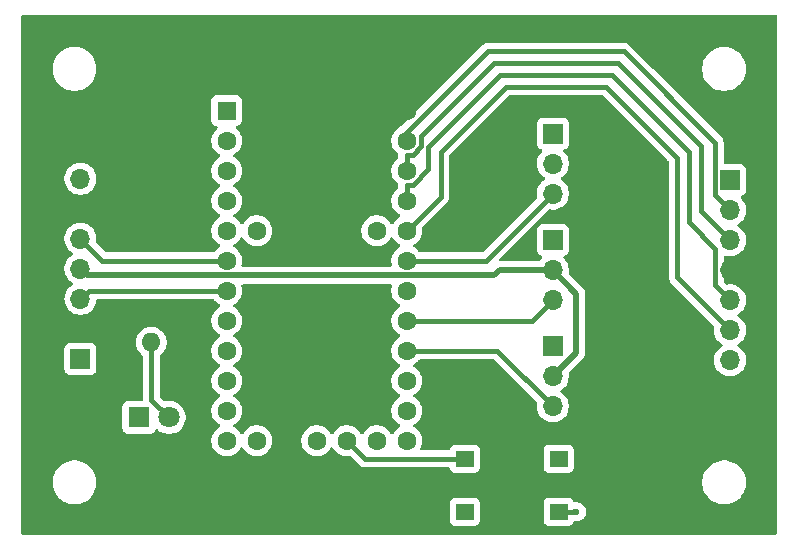
<source format=gbr>
%TF.GenerationSoftware,KiCad,Pcbnew,9.0.1*%
%TF.CreationDate,2025-04-01T19:12:10+10:00*%
%TF.ProjectId,payload_controlboard,7061796c-6f61-4645-9f63-6f6e74726f6c,rev?*%
%TF.SameCoordinates,Original*%
%TF.FileFunction,Copper,L1,Top*%
%TF.FilePolarity,Positive*%
%FSLAX46Y46*%
G04 Gerber Fmt 4.6, Leading zero omitted, Abs format (unit mm)*
G04 Created by KiCad (PCBNEW 9.0.1) date 2025-04-01 19:12:10*
%MOMM*%
%LPD*%
G01*
G04 APERTURE LIST*
%TA.AperFunction,ComponentPad*%
%ADD10R,1.700000X1.700000*%
%TD*%
%TA.AperFunction,ComponentPad*%
%ADD11O,1.700000X1.700000*%
%TD*%
%TA.AperFunction,ComponentPad*%
%ADD12R,1.800000X1.800000*%
%TD*%
%TA.AperFunction,ComponentPad*%
%ADD13C,1.800000*%
%TD*%
%TA.AperFunction,SMDPad,CuDef*%
%ADD14R,1.549908X1.400048*%
%TD*%
%TA.AperFunction,ComponentPad*%
%ADD15R,1.600000X1.600000*%
%TD*%
%TA.AperFunction,ComponentPad*%
%ADD16C,1.600000*%
%TD*%
%TA.AperFunction,ComponentPad*%
%ADD17O,1.600000X1.600000*%
%TD*%
%TA.AperFunction,ViaPad*%
%ADD18C,0.600000*%
%TD*%
%TA.AperFunction,Conductor*%
%ADD19C,0.400000*%
%TD*%
%TA.AperFunction,Conductor*%
%ADD20C,0.500000*%
%TD*%
G04 APERTURE END LIST*
D10*
%TO.P,J5,1,Pin_1*%
%TO.N,GND*%
X107500000Y-102540000D03*
D11*
%TO.P,J5,2,Pin_2*%
%TO.N,+5V*%
X107500000Y-100000000D03*
%TO.P,J5,3,Pin_3*%
%TO.N,/tracking_Sig*%
X107500000Y-97460000D03*
%TO.P,J5,4,Pin_4*%
%TO.N,/VBATT*%
X107500000Y-94920000D03*
%TO.P,J5,5,Pin_5*%
%TO.N,/slowZone_Sig*%
X107500000Y-92380000D03*
%TO.P,J5,6,Pin_6*%
%TO.N,+5V*%
X107500000Y-89840000D03*
%TO.P,J5,7,Pin_7*%
%TO.N,GND*%
X107500000Y-87300000D03*
%TD*%
D12*
%TO.P,POWER,1,K*%
%TO.N,GND*%
X112460000Y-107500000D03*
D13*
%TO.P,POWER,2,A*%
%TO.N,Net-(D1-A)*%
X115000000Y-107500000D03*
%TD*%
D14*
%TO.P,RESET,1,1*%
%TO.N,Net-(U2-RST)*%
X140050004Y-111000000D03*
%TO.P,RESET,2,2*%
%TO.N,unconnected-(SW1-Pad2)*%
X140050004Y-115500002D03*
%TO.P,RESET,3,K*%
%TO.N,unconnected-(SW1-K-Pad3)*%
X148000000Y-111000000D03*
%TO.P,RESET,4,A*%
%TO.N,GND*%
X148000000Y-115500002D03*
%TD*%
D10*
%TO.P,J2,1,Pin_1*%
%TO.N,GND*%
X147500000Y-92475000D03*
D11*
%TO.P,J2,2,Pin_2*%
%TO.N,/VBATT*%
X147500000Y-95015000D03*
%TO.P,J2,3,Pin_3*%
%TO.N,/ServoY_Sig*%
X147500000Y-97555000D03*
%TD*%
D10*
%TO.P,J1,1,Pin_1*%
%TO.N,GND*%
X147500000Y-101475000D03*
D11*
%TO.P,J1,2,Pin_2*%
%TO.N,/VBATT*%
X147500000Y-104015000D03*
%TO.P,J1,3,Pin_3*%
%TO.N,/ServoX_Sig*%
X147500000Y-106555000D03*
%TD*%
D15*
%TO.P,Teensy 2.0,1,GND*%
%TO.N,GND*%
X119880000Y-81530000D03*
D16*
%TO.P,Teensy 2.0,2,PB0_SS*%
%TO.N,unconnected-(U2-PB0_SS-Pad2)*%
X119880000Y-84070000D03*
%TO.P,Teensy 2.0,3,PB1_SCLK*%
%TO.N,unconnected-(U2-PB1_SCLK-Pad3)*%
X119880000Y-86610000D03*
%TO.P,Teensy 2.0,4,PB2_MOSI*%
%TO.N,unconnected-(U2-PB2_MOSI-Pad4)*%
X119880000Y-89150000D03*
%TO.P,Teensy 2.0,5,PB3_MISO*%
%TO.N,unconnected-(U2-PB3_MISO-Pad5)*%
X119880000Y-91690000D03*
%TO.P,Teensy 2.0,6,PB7_OC0A_OC1C_RTS*%
%TO.N,/slowZone_Sig*%
X119880000Y-94230000D03*
%TO.P,Teensy 2.0,7,PD0_INT0_SCL_OC0B*%
%TO.N,/tracking_Sig*%
X119880000Y-96770000D03*
%TO.P,Teensy 2.0,8,PD1_INT1_SDA*%
%TO.N,unconnected-(U2-PD1_INT1_SDA-Pad8)*%
X119880000Y-99310000D03*
%TO.P,Teensy 2.0,9,PD2_INT2_RXD1*%
%TO.N,unconnected-(U2-PD2_INT2_RXD1-Pad9)*%
X119880000Y-101850000D03*
%TO.P,Teensy 2.0,10,PD3_INT3_TXD1*%
%TO.N,unconnected-(U2-PD3_INT3_TXD1-Pad10)*%
X119880000Y-104390000D03*
%TO.P,Teensy 2.0,11,PC6_OC3A_OC4A*%
%TO.N,unconnected-(U2-PC6_OC3A_OC4A-Pad11)*%
X119880000Y-106930000D03*
%TO.P,Teensy 2.0,12,PC7_ICP3_OC4A*%
%TO.N,unconnected-(U2-PC7_ICP3_OC4A-Pad12)*%
X119880000Y-109470000D03*
%TO.P,Teensy 2.0,13,PD5_XCK1_CTS*%
%TO.N,unconnected-(U2-PD5_XCK1_CTS-Pad13)*%
X122420000Y-109470000D03*
%TO.P,Teensy 2.0,14,VCC*%
%TO.N,+5V*%
X124960000Y-109470000D03*
%TO.P,Teensy 2.0,15,GND*%
%TO.N,GND*%
X127500000Y-109470000D03*
%TO.P,Teensy 2.0,16,RST*%
%TO.N,Net-(U2-RST)*%
X130040000Y-109470000D03*
%TO.P,Teensy 2.0,17,PD4_ADC8_ICP1*%
%TO.N,unconnected-(U2-PD4_ADC8_ICP1-Pad17)*%
X132580000Y-109470000D03*
%TO.P,Teensy 2.0,18,PD6_ADC9_T1_OC4D_LED*%
%TO.N,unconnected-(U2-PD6_ADC9_T1_OC4D_LED-Pad18)*%
X135120000Y-109470000D03*
%TO.P,Teensy 2.0,19,PD7_ADC10_T0_OC4D*%
%TO.N,unconnected-(U2-PD7_ADC10_T0_OC4D-Pad19)*%
X135120000Y-106930000D03*
%TO.P,Teensy 2.0,20,PB4_ADC11*%
%TO.N,unconnected-(U2-PB4_ADC11-Pad20)*%
X135120000Y-104390000D03*
%TO.P,Teensy 2.0,21,PB5_ADC12_OC1A_OB4B*%
%TO.N,/ServoX_Sig*%
X135120000Y-101850000D03*
%TO.P,Teensy 2.0,22,PB6_ADC13_OC1B_OC4B*%
%TO.N,/ServoY_Sig*%
X135120000Y-99310000D03*
%TO.P,Teensy 2.0,23,PF7_ADC7*%
%TO.N,unconnected-(U2-PF7_ADC7-Pad23)*%
X135120000Y-96770000D03*
%TO.P,Teensy 2.0,24,PF6_ADC6*%
%TO.N,/Laser_EN*%
X135120000Y-94230000D03*
%TO.P,Teensy 2.0,25,PF5_ADC5*%
%TO.N,/S4*%
X135120000Y-91690000D03*
%TO.P,Teensy 2.0,26,PF4_ADC4*%
%TO.N,/S3*%
X135120000Y-89150000D03*
%TO.P,Teensy 2.0,27,PF1_ADC1*%
%TO.N,/S2*%
X135120000Y-86610000D03*
%TO.P,Teensy 2.0,28,PF0_ADC0*%
%TO.N,/S1*%
X135120000Y-84070000D03*
%TO.P,Teensy 2.0,29,VCC*%
%TO.N,+5V*%
X135120000Y-81530000D03*
%TO.P,Teensy 2.0,30,PE6_INT6_AIN0*%
%TO.N,unconnected-(U2-PE6_INT6_AIN0-Pad30)*%
X122420000Y-91690000D03*
%TO.P,Teensy 2.0,31,AREF*%
%TO.N,unconnected-(U2-AREF-Pad31)*%
X132580000Y-91690000D03*
%TD*%
D10*
%TO.P,J3,1,Pin_1*%
%TO.N,GND*%
X162500000Y-87420000D03*
D11*
%TO.P,J3,2,Pin_2*%
%TO.N,/S1*%
X162500000Y-89960000D03*
%TO.P,J3,3,Pin_3*%
%TO.N,/S2*%
X162500000Y-92500000D03*
%TO.P,J3,4,Pin_4*%
%TO.N,+5V*%
X162500000Y-95040000D03*
%TO.P,J3,5,Pin_5*%
%TO.N,/S3*%
X162500000Y-97580000D03*
%TO.P,J3,6,Pin_6*%
%TO.N,/S4*%
X162500000Y-100120000D03*
%TO.P,J3,7,Pin_7*%
%TO.N,GND*%
X162500000Y-102660000D03*
%TD*%
D10*
%TO.P,J4,1,Pin_1*%
%TO.N,GND*%
X147500000Y-83475000D03*
D11*
%TO.P,J4,2,Pin_2*%
%TO.N,unconnected-(J4-Pin_2-Pad2)*%
X147500000Y-86015000D03*
%TO.P,J4,3,Pin_3*%
%TO.N,/Laser_EN*%
X147500000Y-88555000D03*
%TD*%
D16*
%TO.P,100R,1*%
%TO.N,+5V*%
X113500000Y-91000000D03*
D17*
%TO.P,100R,2*%
%TO.N,Net-(D1-A)*%
X113500000Y-101160000D03*
%TD*%
D18*
%TO.N,GND*%
X149500000Y-115500000D03*
%TD*%
D19*
%TO.N,GND*%
X148000002Y-115500000D02*
X148000000Y-115500002D01*
X149500000Y-115500000D02*
X148000002Y-115500000D01*
%TO.N,/ServoX_Sig*%
X135120000Y-101850000D02*
X142795000Y-101850000D01*
X142795000Y-101850000D02*
X147500000Y-106555000D01*
D20*
%TO.N,/VBATT*%
X142520000Y-95480000D02*
X142985000Y-95015000D01*
X149500000Y-97015000D02*
X149500000Y-102015000D01*
X107500000Y-94920000D02*
X108060000Y-95480000D01*
X147500000Y-95015000D02*
X149500000Y-97015000D01*
X108060000Y-95480000D02*
X142520000Y-95480000D01*
X149500000Y-102015000D02*
X147500000Y-104015000D01*
X142985000Y-95015000D02*
X147500000Y-95015000D01*
D19*
%TO.N,/ServoY_Sig*%
X145745000Y-99310000D02*
X147500000Y-97555000D01*
X135120000Y-99310000D02*
X145745000Y-99310000D01*
%TO.N,/S2*%
X135617057Y-85270000D02*
X136320000Y-84567057D01*
X135120000Y-86610000D02*
X135120000Y-85270000D01*
X160000000Y-84500000D02*
X160000000Y-90000000D01*
X160000000Y-90000000D02*
X162500000Y-92500000D01*
X136320000Y-84567057D02*
X136320000Y-83680000D01*
X135120000Y-85270000D02*
X135617057Y-85270000D01*
X162500000Y-92000000D02*
X162500000Y-92500000D01*
X153000000Y-77500000D02*
X160000000Y-84500000D01*
X136320000Y-83680000D02*
X142500000Y-77500000D01*
X142500000Y-77500000D02*
X153000000Y-77500000D01*
%TO.N,/S4*%
X152000000Y-79500000D02*
X158000000Y-85500000D01*
X138000000Y-88810000D02*
X138000000Y-85000000D01*
X143500000Y-79500000D02*
X152000000Y-79500000D01*
X138000000Y-85000000D02*
X143500000Y-79500000D01*
X158000000Y-85500000D02*
X158000000Y-95620000D01*
X135120000Y-91690000D02*
X138000000Y-88810000D01*
X158000000Y-95620000D02*
X162500000Y-100120000D01*
%TO.N,/S3*%
X136920000Y-84580000D02*
X143000000Y-78500000D01*
X159000000Y-91000000D02*
X161250000Y-93250000D01*
X143000000Y-78500000D02*
X152500000Y-78500000D01*
X161250000Y-96330000D02*
X162500000Y-97580000D01*
X152500000Y-78500000D02*
X159000000Y-85000000D01*
X135120000Y-87810000D02*
X135617057Y-87810000D01*
X135120000Y-89150000D02*
X135120000Y-87810000D01*
X135617057Y-87810000D02*
X136920000Y-86507057D01*
X136920000Y-86507057D02*
X136920000Y-84580000D01*
X161250000Y-93250000D02*
X161250000Y-96330000D01*
X159000000Y-85000000D02*
X159000000Y-91000000D01*
%TO.N,/S1*%
X161250000Y-84230000D02*
X161250000Y-88710000D01*
X153520000Y-76500000D02*
X161250000Y-84230000D01*
X135120000Y-84070000D02*
X135120000Y-83380000D01*
X142000000Y-76500000D02*
X153520000Y-76500000D01*
X161250000Y-88710000D02*
X162500000Y-89960000D01*
X135120000Y-83380000D02*
X142000000Y-76500000D01*
%TO.N,/Laser_EN*%
X135120000Y-94230000D02*
X141825000Y-94230000D01*
X141825000Y-94230000D02*
X147500000Y-88555000D01*
%TO.N,/slowZone_Sig*%
X119880000Y-94230000D02*
X109350000Y-94230000D01*
X109350000Y-94230000D02*
X107500000Y-92380000D01*
%TO.N,/tracking_Sig*%
X119880000Y-96770000D02*
X108190000Y-96770000D01*
X108190000Y-96770000D02*
X107500000Y-97460000D01*
%TO.N,Net-(U2-RST)*%
X131570000Y-111000000D02*
X140050004Y-111000000D01*
X130040000Y-109470000D02*
X131570000Y-111000000D01*
%TO.N,Net-(D1-A)*%
X113500000Y-101160000D02*
X113500000Y-106000000D01*
X113500000Y-106000000D02*
X115000000Y-107500000D01*
%TD*%
%TA.AperFunction,Conductor*%
%TO.N,+5V*%
G36*
X166442539Y-73440185D02*
G01*
X166488294Y-73492989D01*
X166499500Y-73544500D01*
X166499500Y-117295500D01*
X166479815Y-117362539D01*
X166427011Y-117408294D01*
X166375500Y-117419500D01*
X102624500Y-117419500D01*
X102557461Y-117399815D01*
X102511706Y-117347011D01*
X102500500Y-117295500D01*
X102500500Y-112878711D01*
X105149500Y-112878711D01*
X105149500Y-113121288D01*
X105181161Y-113361785D01*
X105243947Y-113596104D01*
X105336773Y-113820205D01*
X105336776Y-113820212D01*
X105458064Y-114030289D01*
X105458066Y-114030292D01*
X105458067Y-114030293D01*
X105605733Y-114222736D01*
X105605739Y-114222743D01*
X105777256Y-114394260D01*
X105777263Y-114394266D01*
X105840036Y-114442433D01*
X105969711Y-114541936D01*
X106179788Y-114663224D01*
X106269462Y-114700368D01*
X106394385Y-114752113D01*
X106403900Y-114756054D01*
X106638211Y-114818838D01*
X106818586Y-114842584D01*
X106878711Y-114850500D01*
X106878712Y-114850500D01*
X107121289Y-114850500D01*
X107169388Y-114844167D01*
X107361789Y-114818838D01*
X107596100Y-114756054D01*
X107605614Y-114752113D01*
X138774550Y-114752113D01*
X138774550Y-116247896D01*
X138774551Y-116247902D01*
X138780958Y-116307509D01*
X138831252Y-116442354D01*
X138831256Y-116442361D01*
X138917502Y-116557570D01*
X138917505Y-116557573D01*
X139032714Y-116643819D01*
X139032721Y-116643823D01*
X139167567Y-116694117D01*
X139167566Y-116694117D01*
X139174494Y-116694861D01*
X139227177Y-116700526D01*
X140872830Y-116700525D01*
X140932441Y-116694117D01*
X141067289Y-116643822D01*
X141182504Y-116557572D01*
X141268754Y-116442357D01*
X141319049Y-116307509D01*
X141325458Y-116247899D01*
X141325457Y-114752113D01*
X146724546Y-114752113D01*
X146724546Y-116247896D01*
X146724547Y-116247902D01*
X146730954Y-116307509D01*
X146781248Y-116442354D01*
X146781252Y-116442361D01*
X146867498Y-116557570D01*
X146867501Y-116557573D01*
X146982710Y-116643819D01*
X146982717Y-116643823D01*
X147117563Y-116694117D01*
X147117562Y-116694117D01*
X147124490Y-116694861D01*
X147177173Y-116700526D01*
X148822826Y-116700525D01*
X148882437Y-116694117D01*
X149017285Y-116643822D01*
X149132500Y-116557572D01*
X149218750Y-116442357D01*
X149245108Y-116371688D01*
X149286978Y-116315754D01*
X149352443Y-116291336D01*
X149385478Y-116293402D01*
X149421158Y-116300500D01*
X149578844Y-116300500D01*
X149578845Y-116300499D01*
X149733497Y-116269737D01*
X149879179Y-116209394D01*
X150010289Y-116121789D01*
X150121789Y-116010289D01*
X150209394Y-115879179D01*
X150269737Y-115733497D01*
X150300500Y-115578842D01*
X150300500Y-115421158D01*
X150300500Y-115421155D01*
X150300499Y-115421153D01*
X150269738Y-115266510D01*
X150269737Y-115266503D01*
X150269735Y-115266498D01*
X150209397Y-115120827D01*
X150209390Y-115120814D01*
X150121789Y-114989711D01*
X150121786Y-114989707D01*
X150010292Y-114878213D01*
X150010288Y-114878210D01*
X149879185Y-114790609D01*
X149879172Y-114790602D01*
X149733501Y-114730264D01*
X149733489Y-114730261D01*
X149578845Y-114699500D01*
X149578842Y-114699500D01*
X149421158Y-114699500D01*
X149400212Y-114703666D01*
X149385478Y-114706597D01*
X149315886Y-114700368D01*
X149260710Y-114657505D01*
X149245106Y-114628311D01*
X149218752Y-114557651D01*
X149218747Y-114557642D01*
X149132501Y-114442433D01*
X149132498Y-114442430D01*
X149017289Y-114356184D01*
X149017282Y-114356180D01*
X148882436Y-114305886D01*
X148882437Y-114305886D01*
X148822837Y-114299479D01*
X148822835Y-114299478D01*
X148822827Y-114299478D01*
X148822818Y-114299478D01*
X147177175Y-114299478D01*
X147177169Y-114299479D01*
X147117562Y-114305886D01*
X146982717Y-114356180D01*
X146982710Y-114356184D01*
X146867501Y-114442430D01*
X146867498Y-114442433D01*
X146781252Y-114557642D01*
X146781248Y-114557649D01*
X146730954Y-114692495D01*
X146724547Y-114752094D01*
X146724546Y-114752113D01*
X141325457Y-114752113D01*
X141325457Y-114752106D01*
X141319049Y-114692495D01*
X141308132Y-114663226D01*
X141268755Y-114557649D01*
X141268751Y-114557642D01*
X141182505Y-114442433D01*
X141182502Y-114442430D01*
X141067293Y-114356184D01*
X141067286Y-114356180D01*
X140932440Y-114305886D01*
X140932441Y-114305886D01*
X140872841Y-114299479D01*
X140872839Y-114299478D01*
X140872831Y-114299478D01*
X140872822Y-114299478D01*
X139227179Y-114299478D01*
X139227173Y-114299479D01*
X139167566Y-114305886D01*
X139032721Y-114356180D01*
X139032714Y-114356184D01*
X138917505Y-114442430D01*
X138917502Y-114442433D01*
X138831256Y-114557642D01*
X138831252Y-114557649D01*
X138780958Y-114692495D01*
X138774551Y-114752094D01*
X138774550Y-114752113D01*
X107605614Y-114752113D01*
X107820212Y-114663224D01*
X108030289Y-114541936D01*
X108222738Y-114394265D01*
X108394265Y-114222738D01*
X108541936Y-114030289D01*
X108663224Y-113820212D01*
X108756054Y-113596100D01*
X108818838Y-113361789D01*
X108850500Y-113121288D01*
X108850500Y-112878712D01*
X108850500Y-112878711D01*
X160149500Y-112878711D01*
X160149500Y-113121288D01*
X160181161Y-113361785D01*
X160243947Y-113596104D01*
X160336773Y-113820205D01*
X160336776Y-113820212D01*
X160458064Y-114030289D01*
X160458066Y-114030292D01*
X160458067Y-114030293D01*
X160605733Y-114222736D01*
X160605739Y-114222743D01*
X160777256Y-114394260D01*
X160777263Y-114394266D01*
X160840036Y-114442433D01*
X160969711Y-114541936D01*
X161179788Y-114663224D01*
X161269462Y-114700368D01*
X161394385Y-114752113D01*
X161403900Y-114756054D01*
X161638211Y-114818838D01*
X161818586Y-114842584D01*
X161878711Y-114850500D01*
X161878712Y-114850500D01*
X162121289Y-114850500D01*
X162169388Y-114844167D01*
X162361789Y-114818838D01*
X162596100Y-114756054D01*
X162820212Y-114663224D01*
X163030289Y-114541936D01*
X163222738Y-114394265D01*
X163394265Y-114222738D01*
X163541936Y-114030289D01*
X163663224Y-113820212D01*
X163756054Y-113596100D01*
X163818838Y-113361789D01*
X163850500Y-113121288D01*
X163850500Y-112878712D01*
X163818838Y-112638211D01*
X163756054Y-112403900D01*
X163663224Y-112179788D01*
X163541936Y-111969711D01*
X163394265Y-111777262D01*
X163394260Y-111777256D01*
X163222743Y-111605739D01*
X163222736Y-111605733D01*
X163030293Y-111458067D01*
X163030292Y-111458066D01*
X163030289Y-111458064D01*
X162820212Y-111336776D01*
X162820205Y-111336773D01*
X162596104Y-111243947D01*
X162361785Y-111181161D01*
X162121289Y-111149500D01*
X162121288Y-111149500D01*
X161878712Y-111149500D01*
X161878711Y-111149500D01*
X161638214Y-111181161D01*
X161403895Y-111243947D01*
X161179794Y-111336773D01*
X161179785Y-111336777D01*
X160969706Y-111458067D01*
X160777263Y-111605733D01*
X160777256Y-111605739D01*
X160605739Y-111777256D01*
X160605733Y-111777263D01*
X160458067Y-111969706D01*
X160336777Y-112179785D01*
X160336773Y-112179794D01*
X160243947Y-112403895D01*
X160181161Y-112638214D01*
X160149500Y-112878711D01*
X108850500Y-112878711D01*
X108818838Y-112638211D01*
X108756054Y-112403900D01*
X108663224Y-112179788D01*
X108541936Y-111969711D01*
X108394265Y-111777262D01*
X108394260Y-111777256D01*
X108222743Y-111605739D01*
X108222736Y-111605733D01*
X108030293Y-111458067D01*
X108030292Y-111458066D01*
X108030289Y-111458064D01*
X107820212Y-111336776D01*
X107820205Y-111336773D01*
X107596104Y-111243947D01*
X107361785Y-111181161D01*
X107121289Y-111149500D01*
X107121288Y-111149500D01*
X106878712Y-111149500D01*
X106878711Y-111149500D01*
X106638214Y-111181161D01*
X106403895Y-111243947D01*
X106179794Y-111336773D01*
X106179785Y-111336777D01*
X105969706Y-111458067D01*
X105777263Y-111605733D01*
X105777256Y-111605739D01*
X105605739Y-111777256D01*
X105605733Y-111777263D01*
X105458067Y-111969706D01*
X105336777Y-112179785D01*
X105336773Y-112179794D01*
X105243947Y-112403895D01*
X105181161Y-112638214D01*
X105149500Y-112878711D01*
X102500500Y-112878711D01*
X102500500Y-106552135D01*
X111059500Y-106552135D01*
X111059500Y-108447870D01*
X111059501Y-108447876D01*
X111065908Y-108507483D01*
X111116202Y-108642328D01*
X111116206Y-108642335D01*
X111202452Y-108757544D01*
X111202455Y-108757547D01*
X111317664Y-108843793D01*
X111317671Y-108843797D01*
X111452517Y-108894091D01*
X111452516Y-108894091D01*
X111459444Y-108894835D01*
X111512127Y-108900500D01*
X113407872Y-108900499D01*
X113467483Y-108894091D01*
X113602331Y-108843796D01*
X113717546Y-108757546D01*
X113803796Y-108642331D01*
X113831429Y-108568243D01*
X113833601Y-108562420D01*
X113875471Y-108506486D01*
X113940936Y-108482068D01*
X114009209Y-108496919D01*
X114037464Y-108518071D01*
X114087636Y-108568243D01*
X114087641Y-108568247D01*
X114189603Y-108642326D01*
X114265978Y-108697815D01*
X114394375Y-108763237D01*
X114462393Y-108797895D01*
X114462396Y-108797896D01*
X114567221Y-108831955D01*
X114672049Y-108866015D01*
X114889778Y-108900500D01*
X114889779Y-108900500D01*
X115110221Y-108900500D01*
X115110222Y-108900500D01*
X115327951Y-108866015D01*
X115537606Y-108797895D01*
X115734022Y-108697815D01*
X115912365Y-108568242D01*
X116068242Y-108412365D01*
X116197815Y-108234022D01*
X116297895Y-108037606D01*
X116366015Y-107827951D01*
X116400500Y-107610222D01*
X116400500Y-107389778D01*
X116366015Y-107172049D01*
X116331955Y-107067221D01*
X116297896Y-106962396D01*
X116297895Y-106962393D01*
X116251449Y-106871239D01*
X116197815Y-106765978D01*
X116121753Y-106661287D01*
X116068247Y-106587641D01*
X116068243Y-106587636D01*
X115912363Y-106431756D01*
X115912358Y-106431752D01*
X115734025Y-106302187D01*
X115734024Y-106302186D01*
X115734022Y-106302185D01*
X115671096Y-106270122D01*
X115537606Y-106202104D01*
X115537603Y-106202103D01*
X115327952Y-106133985D01*
X115219086Y-106116742D01*
X115110222Y-106099500D01*
X114889778Y-106099500D01*
X114804877Y-106112946D01*
X114693527Y-106130583D01*
X114624233Y-106121628D01*
X114586448Y-106095791D01*
X114236819Y-105746162D01*
X114203334Y-105684839D01*
X114200500Y-105658481D01*
X114200500Y-102321744D01*
X114220185Y-102254705D01*
X114251615Y-102221426D01*
X114347215Y-102151969D01*
X114347215Y-102151968D01*
X114347219Y-102151966D01*
X114491966Y-102007219D01*
X114491968Y-102007215D01*
X114491971Y-102007213D01*
X114544732Y-101934590D01*
X114612287Y-101841610D01*
X114705220Y-101659219D01*
X114768477Y-101464534D01*
X114800500Y-101262352D01*
X114800500Y-101057648D01*
X114768477Y-100855466D01*
X114705220Y-100660781D01*
X114705218Y-100660778D01*
X114705218Y-100660776D01*
X114632209Y-100517490D01*
X114612287Y-100478390D01*
X114581663Y-100436239D01*
X114491971Y-100312786D01*
X114347213Y-100168028D01*
X114181613Y-100047715D01*
X114181612Y-100047714D01*
X114181610Y-100047713D01*
X114124653Y-100018691D01*
X113999223Y-99954781D01*
X113804534Y-99891522D01*
X113629995Y-99863878D01*
X113602352Y-99859500D01*
X113397648Y-99859500D01*
X113373329Y-99863351D01*
X113195465Y-99891522D01*
X113000776Y-99954781D01*
X112818386Y-100047715D01*
X112652786Y-100168028D01*
X112508028Y-100312786D01*
X112387715Y-100478386D01*
X112294781Y-100660776D01*
X112231522Y-100855465D01*
X112199500Y-101057648D01*
X112199500Y-101262351D01*
X112231522Y-101464534D01*
X112294781Y-101659223D01*
X112387715Y-101841613D01*
X112508028Y-102007213D01*
X112652784Y-102151969D01*
X112748385Y-102221426D01*
X112791051Y-102276755D01*
X112799500Y-102321744D01*
X112799500Y-105975500D01*
X112779815Y-106042539D01*
X112727011Y-106088294D01*
X112675500Y-106099500D01*
X111512129Y-106099500D01*
X111512123Y-106099501D01*
X111452516Y-106105908D01*
X111317671Y-106156202D01*
X111317664Y-106156206D01*
X111202455Y-106242452D01*
X111202452Y-106242455D01*
X111116206Y-106357664D01*
X111116202Y-106357671D01*
X111065908Y-106492517D01*
X111059501Y-106552116D01*
X111059500Y-106552135D01*
X102500500Y-106552135D01*
X102500500Y-101642135D01*
X106149500Y-101642135D01*
X106149500Y-103437870D01*
X106149501Y-103437876D01*
X106155908Y-103497483D01*
X106206202Y-103632328D01*
X106206206Y-103632335D01*
X106292452Y-103747544D01*
X106292455Y-103747547D01*
X106407664Y-103833793D01*
X106407671Y-103833797D01*
X106542517Y-103884091D01*
X106542516Y-103884091D01*
X106549444Y-103884835D01*
X106602127Y-103890500D01*
X108397872Y-103890499D01*
X108457483Y-103884091D01*
X108592331Y-103833796D01*
X108707546Y-103747546D01*
X108793796Y-103632331D01*
X108844091Y-103497483D01*
X108850500Y-103437873D01*
X108850499Y-101642128D01*
X108844091Y-101582517D01*
X108813495Y-101500486D01*
X108793797Y-101447671D01*
X108793793Y-101447664D01*
X108707547Y-101332455D01*
X108707544Y-101332452D01*
X108592335Y-101246206D01*
X108592328Y-101246202D01*
X108457482Y-101195908D01*
X108457483Y-101195908D01*
X108397883Y-101189501D01*
X108397881Y-101189500D01*
X108397873Y-101189500D01*
X108397864Y-101189500D01*
X106602129Y-101189500D01*
X106602123Y-101189501D01*
X106542516Y-101195908D01*
X106407671Y-101246202D01*
X106407664Y-101246206D01*
X106292455Y-101332452D01*
X106292452Y-101332455D01*
X106206206Y-101447664D01*
X106206202Y-101447671D01*
X106155908Y-101582517D01*
X106150815Y-101629896D01*
X106149501Y-101642123D01*
X106149500Y-101642135D01*
X102500500Y-101642135D01*
X102500500Y-92273713D01*
X106149500Y-92273713D01*
X106149500Y-92486286D01*
X106180493Y-92681971D01*
X106182754Y-92696243D01*
X106248143Y-92897490D01*
X106248444Y-92898414D01*
X106344951Y-93087820D01*
X106469890Y-93259786D01*
X106620213Y-93410109D01*
X106792182Y-93535050D01*
X106800946Y-93539516D01*
X106851742Y-93587491D01*
X106868536Y-93655312D01*
X106845998Y-93721447D01*
X106800946Y-93760484D01*
X106792182Y-93764949D01*
X106620213Y-93889890D01*
X106469890Y-94040213D01*
X106344951Y-94212179D01*
X106248444Y-94401585D01*
X106182753Y-94603760D01*
X106149500Y-94813713D01*
X106149500Y-95026286D01*
X106179662Y-95216726D01*
X106182754Y-95236243D01*
X106224967Y-95366162D01*
X106248444Y-95438414D01*
X106344951Y-95627820D01*
X106469890Y-95799786D01*
X106620213Y-95950109D01*
X106792182Y-96075050D01*
X106800946Y-96079516D01*
X106851742Y-96127491D01*
X106868536Y-96195312D01*
X106845998Y-96261447D01*
X106800946Y-96300484D01*
X106792182Y-96304949D01*
X106620213Y-96429890D01*
X106469890Y-96580213D01*
X106344951Y-96752179D01*
X106248444Y-96941585D01*
X106182753Y-97143760D01*
X106162882Y-97269223D01*
X106149500Y-97353713D01*
X106149500Y-97566287D01*
X106153616Y-97592275D01*
X106180493Y-97761971D01*
X106182754Y-97776243D01*
X106248143Y-97977490D01*
X106248444Y-97978414D01*
X106344951Y-98167820D01*
X106469890Y-98339786D01*
X106620213Y-98490109D01*
X106792179Y-98615048D01*
X106792181Y-98615049D01*
X106792184Y-98615051D01*
X106981588Y-98711557D01*
X107183757Y-98777246D01*
X107393713Y-98810500D01*
X107393714Y-98810500D01*
X107606286Y-98810500D01*
X107606287Y-98810500D01*
X107816243Y-98777246D01*
X108018412Y-98711557D01*
X108207816Y-98615051D01*
X108285812Y-98558384D01*
X108379786Y-98490109D01*
X108379788Y-98490106D01*
X108379792Y-98490104D01*
X108530104Y-98339792D01*
X108530106Y-98339788D01*
X108530109Y-98339786D01*
X108655048Y-98167820D01*
X108655047Y-98167820D01*
X108655051Y-98167816D01*
X108751557Y-97978412D01*
X108817246Y-97776243D01*
X108845410Y-97598422D01*
X108849104Y-97575102D01*
X108879033Y-97511967D01*
X108938345Y-97475036D01*
X108971577Y-97470500D01*
X118718256Y-97470500D01*
X118785295Y-97490185D01*
X118818575Y-97521616D01*
X118888030Y-97617215D01*
X119032786Y-97761971D01*
X119183189Y-97871243D01*
X119198390Y-97882287D01*
X119289840Y-97928883D01*
X119291080Y-97929515D01*
X119341876Y-97977490D01*
X119358671Y-98045311D01*
X119336134Y-98111446D01*
X119291080Y-98150485D01*
X119198386Y-98197715D01*
X119032786Y-98318028D01*
X118888028Y-98462786D01*
X118767715Y-98628386D01*
X118674781Y-98810776D01*
X118611522Y-99005465D01*
X118579500Y-99207648D01*
X118579500Y-99412351D01*
X118611522Y-99614534D01*
X118674781Y-99809223D01*
X118716716Y-99891523D01*
X118763620Y-99983578D01*
X118767715Y-99991613D01*
X118888028Y-100157213D01*
X119032786Y-100301971D01*
X119187749Y-100414556D01*
X119198390Y-100422287D01*
X119289840Y-100468883D01*
X119291080Y-100469515D01*
X119341876Y-100517490D01*
X119358671Y-100585311D01*
X119336134Y-100651446D01*
X119291080Y-100690485D01*
X119198386Y-100737715D01*
X119032786Y-100858028D01*
X118888028Y-101002786D01*
X118767715Y-101168386D01*
X118674781Y-101350776D01*
X118611522Y-101545465D01*
X118579500Y-101747648D01*
X118579500Y-101952351D01*
X118611522Y-102154534D01*
X118674781Y-102349223D01*
X118767715Y-102531613D01*
X118888028Y-102697213D01*
X119032786Y-102841971D01*
X119147268Y-102925145D01*
X119198390Y-102962287D01*
X119289840Y-103008883D01*
X119291080Y-103009515D01*
X119341876Y-103057490D01*
X119358671Y-103125311D01*
X119336134Y-103191446D01*
X119291080Y-103230485D01*
X119198386Y-103277715D01*
X119032786Y-103398028D01*
X118888028Y-103542786D01*
X118767715Y-103708386D01*
X118674781Y-103890776D01*
X118611522Y-104085465D01*
X118579500Y-104287648D01*
X118579500Y-104492351D01*
X118611522Y-104694534D01*
X118674781Y-104889223D01*
X118738691Y-105014653D01*
X118754207Y-105045104D01*
X118767715Y-105071613D01*
X118888028Y-105237213D01*
X119032786Y-105381971D01*
X119187749Y-105494556D01*
X119198390Y-105502287D01*
X119289840Y-105548883D01*
X119291080Y-105549515D01*
X119341876Y-105597490D01*
X119358671Y-105665311D01*
X119336134Y-105731446D01*
X119291080Y-105770485D01*
X119198386Y-105817715D01*
X119032786Y-105938028D01*
X118888028Y-106082786D01*
X118767715Y-106248386D01*
X118674781Y-106430776D01*
X118611522Y-106625465D01*
X118579500Y-106827648D01*
X118579500Y-107032351D01*
X118611522Y-107234534D01*
X118674781Y-107429223D01*
X118738691Y-107554653D01*
X118767005Y-107610221D01*
X118767715Y-107611613D01*
X118888028Y-107777213D01*
X119032786Y-107921971D01*
X119187749Y-108034556D01*
X119198390Y-108042287D01*
X119289840Y-108088883D01*
X119291080Y-108089515D01*
X119341876Y-108137490D01*
X119358671Y-108205311D01*
X119336134Y-108271446D01*
X119291080Y-108310485D01*
X119198386Y-108357715D01*
X119032786Y-108478028D01*
X118888028Y-108622786D01*
X118767715Y-108788386D01*
X118674781Y-108970776D01*
X118611522Y-109165465D01*
X118579500Y-109367648D01*
X118579500Y-109572351D01*
X118611522Y-109774534D01*
X118674781Y-109969223D01*
X118767715Y-110151613D01*
X118888028Y-110317213D01*
X119032786Y-110461971D01*
X119187749Y-110574556D01*
X119198390Y-110582287D01*
X119314607Y-110641503D01*
X119380776Y-110675218D01*
X119380778Y-110675218D01*
X119380781Y-110675220D01*
X119485137Y-110709127D01*
X119575465Y-110738477D01*
X119676557Y-110754488D01*
X119777648Y-110770500D01*
X119777649Y-110770500D01*
X119982351Y-110770500D01*
X119982352Y-110770500D01*
X120184534Y-110738477D01*
X120379219Y-110675220D01*
X120561610Y-110582287D01*
X120654590Y-110514732D01*
X120727213Y-110461971D01*
X120727215Y-110461968D01*
X120727219Y-110461966D01*
X120871966Y-110317219D01*
X120871968Y-110317215D01*
X120871971Y-110317213D01*
X120992284Y-110151614D01*
X120992285Y-110151613D01*
X120992287Y-110151610D01*
X121039516Y-110058917D01*
X121087489Y-110008123D01*
X121155310Y-109991328D01*
X121221445Y-110013865D01*
X121260485Y-110058919D01*
X121307715Y-110151614D01*
X121428028Y-110317213D01*
X121572786Y-110461971D01*
X121727749Y-110574556D01*
X121738390Y-110582287D01*
X121854607Y-110641503D01*
X121920776Y-110675218D01*
X121920778Y-110675218D01*
X121920781Y-110675220D01*
X122025137Y-110709127D01*
X122115465Y-110738477D01*
X122216557Y-110754488D01*
X122317648Y-110770500D01*
X122317649Y-110770500D01*
X122522351Y-110770500D01*
X122522352Y-110770500D01*
X122724534Y-110738477D01*
X122919219Y-110675220D01*
X123101610Y-110582287D01*
X123194590Y-110514732D01*
X123267213Y-110461971D01*
X123267215Y-110461968D01*
X123267219Y-110461966D01*
X123411966Y-110317219D01*
X123411968Y-110317215D01*
X123411971Y-110317213D01*
X123497102Y-110200038D01*
X123532287Y-110151610D01*
X123625220Y-109969219D01*
X123688477Y-109774534D01*
X123720500Y-109572352D01*
X123720500Y-109367648D01*
X123688477Y-109165466D01*
X123625220Y-108970781D01*
X123625218Y-108970778D01*
X123625218Y-108970776D01*
X123560518Y-108843797D01*
X123532287Y-108788390D01*
X123524556Y-108777749D01*
X123411971Y-108622786D01*
X123267213Y-108478028D01*
X123101613Y-108357715D01*
X123101612Y-108357714D01*
X123101610Y-108357713D01*
X123016380Y-108314286D01*
X122919223Y-108264781D01*
X122724534Y-108201522D01*
X122549995Y-108173878D01*
X122522352Y-108169500D01*
X122317648Y-108169500D01*
X122293329Y-108173351D01*
X122115465Y-108201522D01*
X121920776Y-108264781D01*
X121738386Y-108357715D01*
X121572786Y-108478028D01*
X121428028Y-108622786D01*
X121307715Y-108788386D01*
X121260485Y-108881080D01*
X121212510Y-108931876D01*
X121144689Y-108948671D01*
X121078554Y-108926134D01*
X121039515Y-108881080D01*
X121020518Y-108843797D01*
X120992287Y-108788390D01*
X120984556Y-108777749D01*
X120871971Y-108622786D01*
X120727213Y-108478028D01*
X120561614Y-108357715D01*
X120555006Y-108354348D01*
X120468917Y-108310483D01*
X120418123Y-108262511D01*
X120401328Y-108194690D01*
X120423865Y-108128555D01*
X120468917Y-108089516D01*
X120561610Y-108042287D01*
X120582770Y-108026913D01*
X120727213Y-107921971D01*
X120727215Y-107921968D01*
X120727219Y-107921966D01*
X120871966Y-107777219D01*
X120871968Y-107777215D01*
X120871971Y-107777213D01*
X120924732Y-107704590D01*
X120992287Y-107611610D01*
X121085220Y-107429219D01*
X121148477Y-107234534D01*
X121180500Y-107032352D01*
X121180500Y-106827648D01*
X121154151Y-106661287D01*
X121148477Y-106625465D01*
X121085537Y-106431758D01*
X121085220Y-106430781D01*
X121085218Y-106430778D01*
X121085218Y-106430776D01*
X121051503Y-106364607D01*
X120992287Y-106248390D01*
X120979615Y-106230948D01*
X120871971Y-106082786D01*
X120727213Y-105938028D01*
X120561614Y-105817715D01*
X120555006Y-105814348D01*
X120468917Y-105770483D01*
X120418123Y-105722511D01*
X120401328Y-105654690D01*
X120423865Y-105588555D01*
X120468917Y-105549516D01*
X120561610Y-105502287D01*
X120702465Y-105399951D01*
X120727213Y-105381971D01*
X120727215Y-105381968D01*
X120727219Y-105381966D01*
X120871966Y-105237219D01*
X120871968Y-105237215D01*
X120871971Y-105237213D01*
X120924732Y-105164590D01*
X120992287Y-105071610D01*
X121085220Y-104889219D01*
X121148477Y-104694534D01*
X121180500Y-104492352D01*
X121180500Y-104287648D01*
X121154151Y-104121287D01*
X121148477Y-104085465D01*
X121092920Y-103914480D01*
X121085220Y-103890781D01*
X121085218Y-103890778D01*
X121085218Y-103890776D01*
X121051503Y-103824607D01*
X120992287Y-103708390D01*
X120979002Y-103690104D01*
X120871971Y-103542786D01*
X120727213Y-103398028D01*
X120561614Y-103277715D01*
X120555006Y-103274348D01*
X120468917Y-103230483D01*
X120418123Y-103182511D01*
X120401328Y-103114690D01*
X120423865Y-103048555D01*
X120468917Y-103009516D01*
X120561610Y-102962287D01*
X120612732Y-102925145D01*
X120727213Y-102841971D01*
X120727215Y-102841968D01*
X120727219Y-102841966D01*
X120871966Y-102697219D01*
X120871968Y-102697215D01*
X120871971Y-102697213D01*
X120941425Y-102601616D01*
X120992287Y-102531610D01*
X121085220Y-102349219D01*
X121148477Y-102154534D01*
X121180500Y-101952352D01*
X121180500Y-101747648D01*
X121161849Y-101629890D01*
X121148477Y-101545465D01*
X121116699Y-101447664D01*
X121085220Y-101350781D01*
X121085218Y-101350778D01*
X121085218Y-101350776D01*
X121048908Y-101279514D01*
X120992287Y-101168390D01*
X120964261Y-101129815D01*
X120871971Y-101002786D01*
X120727213Y-100858028D01*
X120561614Y-100737715D01*
X120555006Y-100734348D01*
X120468917Y-100690483D01*
X120418123Y-100642511D01*
X120401328Y-100574690D01*
X120423865Y-100508555D01*
X120468917Y-100469516D01*
X120561610Y-100422287D01*
X120616147Y-100382664D01*
X120727213Y-100301971D01*
X120727215Y-100301968D01*
X120727219Y-100301966D01*
X120871966Y-100157219D01*
X120871968Y-100157215D01*
X120871971Y-100157213D01*
X120941425Y-100061616D01*
X120992287Y-99991610D01*
X121085220Y-99809219D01*
X121148477Y-99614534D01*
X121180500Y-99412352D01*
X121180500Y-99207648D01*
X121148477Y-99005466D01*
X121085220Y-98810781D01*
X121085218Y-98810778D01*
X121085218Y-98810776D01*
X121048908Y-98739514D01*
X120992287Y-98628390D01*
X120952176Y-98573181D01*
X120871971Y-98462786D01*
X120727213Y-98318028D01*
X120561614Y-98197715D01*
X120555006Y-98194348D01*
X120468917Y-98150483D01*
X120418123Y-98102511D01*
X120401328Y-98034690D01*
X120423865Y-97968555D01*
X120468917Y-97929516D01*
X120561610Y-97882287D01*
X120582770Y-97866913D01*
X120727213Y-97761971D01*
X120727215Y-97761968D01*
X120727219Y-97761966D01*
X120871966Y-97617219D01*
X120871968Y-97617215D01*
X120871971Y-97617213D01*
X120948435Y-97511967D01*
X120992287Y-97451610D01*
X121085220Y-97269219D01*
X121148477Y-97074534D01*
X121180500Y-96872352D01*
X121180500Y-96667648D01*
X121148477Y-96465466D01*
X121148476Y-96465462D01*
X121148476Y-96465461D01*
X121124873Y-96392818D01*
X121122878Y-96322977D01*
X121158958Y-96263144D01*
X121221659Y-96232316D01*
X121242804Y-96230500D01*
X133757196Y-96230500D01*
X133824235Y-96250185D01*
X133869990Y-96302989D01*
X133879934Y-96372147D01*
X133875127Y-96392818D01*
X133851523Y-96465461D01*
X133851523Y-96465464D01*
X133819500Y-96667648D01*
X133819500Y-96872351D01*
X133851522Y-97074534D01*
X133914781Y-97269223D01*
X134007715Y-97451613D01*
X134128028Y-97617213D01*
X134272786Y-97761971D01*
X134423189Y-97871243D01*
X134438390Y-97882287D01*
X134529840Y-97928883D01*
X134531080Y-97929515D01*
X134581876Y-97977490D01*
X134598671Y-98045311D01*
X134576134Y-98111446D01*
X134531080Y-98150485D01*
X134438386Y-98197715D01*
X134272786Y-98318028D01*
X134128028Y-98462786D01*
X134007715Y-98628386D01*
X133914781Y-98810776D01*
X133851522Y-99005465D01*
X133819500Y-99207648D01*
X133819500Y-99412351D01*
X133851522Y-99614534D01*
X133914781Y-99809223D01*
X133956716Y-99891523D01*
X134003620Y-99983578D01*
X134007715Y-99991613D01*
X134128028Y-100157213D01*
X134272786Y-100301971D01*
X134427749Y-100414556D01*
X134438390Y-100422287D01*
X134529840Y-100468883D01*
X134531080Y-100469515D01*
X134581876Y-100517490D01*
X134598671Y-100585311D01*
X134576134Y-100651446D01*
X134531080Y-100690485D01*
X134438386Y-100737715D01*
X134272786Y-100858028D01*
X134128028Y-101002786D01*
X134007715Y-101168386D01*
X133914781Y-101350776D01*
X133851522Y-101545465D01*
X133819500Y-101747648D01*
X133819500Y-101952351D01*
X133851522Y-102154534D01*
X133914781Y-102349223D01*
X134007715Y-102531613D01*
X134128028Y-102697213D01*
X134272786Y-102841971D01*
X134387268Y-102925145D01*
X134438390Y-102962287D01*
X134529840Y-103008883D01*
X134531080Y-103009515D01*
X134581876Y-103057490D01*
X134598671Y-103125311D01*
X134576134Y-103191446D01*
X134531080Y-103230485D01*
X134438386Y-103277715D01*
X134272786Y-103398028D01*
X134128028Y-103542786D01*
X134007715Y-103708386D01*
X133914781Y-103890776D01*
X133851522Y-104085465D01*
X133819500Y-104287648D01*
X133819500Y-104492351D01*
X133851522Y-104694534D01*
X133914781Y-104889223D01*
X133978691Y-105014653D01*
X133994207Y-105045104D01*
X134007715Y-105071613D01*
X134128028Y-105237213D01*
X134272786Y-105381971D01*
X134427749Y-105494556D01*
X134438390Y-105502287D01*
X134529840Y-105548883D01*
X134531080Y-105549515D01*
X134581876Y-105597490D01*
X134598671Y-105665311D01*
X134576134Y-105731446D01*
X134531080Y-105770485D01*
X134438386Y-105817715D01*
X134272786Y-105938028D01*
X134128028Y-106082786D01*
X134007715Y-106248386D01*
X133914781Y-106430776D01*
X133851522Y-106625465D01*
X133819500Y-106827648D01*
X133819500Y-107032351D01*
X133851522Y-107234534D01*
X133914781Y-107429223D01*
X133978691Y-107554653D01*
X134007005Y-107610221D01*
X134007715Y-107611613D01*
X134128028Y-107777213D01*
X134272786Y-107921971D01*
X134427749Y-108034556D01*
X134438390Y-108042287D01*
X134529840Y-108088883D01*
X134531080Y-108089515D01*
X134581876Y-108137490D01*
X134598671Y-108205311D01*
X134576134Y-108271446D01*
X134531080Y-108310485D01*
X134438386Y-108357715D01*
X134272786Y-108478028D01*
X134128028Y-108622786D01*
X134007715Y-108788386D01*
X133960485Y-108881080D01*
X133912510Y-108931876D01*
X133844689Y-108948671D01*
X133778554Y-108926134D01*
X133739515Y-108881080D01*
X133720518Y-108843797D01*
X133692287Y-108788390D01*
X133684556Y-108777749D01*
X133571971Y-108622786D01*
X133427213Y-108478028D01*
X133261613Y-108357715D01*
X133261612Y-108357714D01*
X133261610Y-108357713D01*
X133176380Y-108314286D01*
X133079223Y-108264781D01*
X132884534Y-108201522D01*
X132709995Y-108173878D01*
X132682352Y-108169500D01*
X132477648Y-108169500D01*
X132453329Y-108173351D01*
X132275465Y-108201522D01*
X132080776Y-108264781D01*
X131898386Y-108357715D01*
X131732786Y-108478028D01*
X131588028Y-108622786D01*
X131467715Y-108788386D01*
X131420485Y-108881080D01*
X131372510Y-108931876D01*
X131304689Y-108948671D01*
X131238554Y-108926134D01*
X131199515Y-108881080D01*
X131180518Y-108843797D01*
X131152287Y-108788390D01*
X131144556Y-108777749D01*
X131031971Y-108622786D01*
X130887213Y-108478028D01*
X130721613Y-108357715D01*
X130721612Y-108357714D01*
X130721610Y-108357713D01*
X130636380Y-108314286D01*
X130539223Y-108264781D01*
X130344534Y-108201522D01*
X130169995Y-108173878D01*
X130142352Y-108169500D01*
X129937648Y-108169500D01*
X129913329Y-108173351D01*
X129735465Y-108201522D01*
X129540776Y-108264781D01*
X129358386Y-108357715D01*
X129192786Y-108478028D01*
X129048028Y-108622786D01*
X128927715Y-108788386D01*
X128880485Y-108881080D01*
X128832510Y-108931876D01*
X128764689Y-108948671D01*
X128698554Y-108926134D01*
X128659515Y-108881080D01*
X128640518Y-108843797D01*
X128612287Y-108788390D01*
X128604556Y-108777749D01*
X128491971Y-108622786D01*
X128347213Y-108478028D01*
X128181613Y-108357715D01*
X128181612Y-108357714D01*
X128181610Y-108357713D01*
X128096380Y-108314286D01*
X127999223Y-108264781D01*
X127804534Y-108201522D01*
X127629995Y-108173878D01*
X127602352Y-108169500D01*
X127397648Y-108169500D01*
X127373329Y-108173351D01*
X127195465Y-108201522D01*
X127000776Y-108264781D01*
X126818386Y-108357715D01*
X126652786Y-108478028D01*
X126508028Y-108622786D01*
X126387715Y-108788386D01*
X126294781Y-108970776D01*
X126231522Y-109165465D01*
X126199500Y-109367648D01*
X126199500Y-109572351D01*
X126231522Y-109774534D01*
X126294781Y-109969223D01*
X126387715Y-110151613D01*
X126508028Y-110317213D01*
X126652786Y-110461971D01*
X126807749Y-110574556D01*
X126818390Y-110582287D01*
X126934607Y-110641503D01*
X127000776Y-110675218D01*
X127000778Y-110675218D01*
X127000781Y-110675220D01*
X127105137Y-110709127D01*
X127195465Y-110738477D01*
X127296557Y-110754488D01*
X127397648Y-110770500D01*
X127397649Y-110770500D01*
X127602351Y-110770500D01*
X127602352Y-110770500D01*
X127804534Y-110738477D01*
X127999219Y-110675220D01*
X128181610Y-110582287D01*
X128274590Y-110514732D01*
X128347213Y-110461971D01*
X128347215Y-110461968D01*
X128347219Y-110461966D01*
X128491966Y-110317219D01*
X128491968Y-110317215D01*
X128491971Y-110317213D01*
X128612284Y-110151614D01*
X128612285Y-110151613D01*
X128612287Y-110151610D01*
X128659516Y-110058917D01*
X128707489Y-110008123D01*
X128775310Y-109991328D01*
X128841445Y-110013865D01*
X128880485Y-110058919D01*
X128927715Y-110151614D01*
X129048028Y-110317213D01*
X129192786Y-110461971D01*
X129347749Y-110574556D01*
X129358390Y-110582287D01*
X129474607Y-110641503D01*
X129540776Y-110675218D01*
X129540778Y-110675218D01*
X129540781Y-110675220D01*
X129645137Y-110709127D01*
X129735465Y-110738477D01*
X129836557Y-110754488D01*
X129937648Y-110770500D01*
X129937649Y-110770500D01*
X130142350Y-110770500D01*
X130142352Y-110770500D01*
X130259068Y-110752013D01*
X130328362Y-110760967D01*
X130366148Y-110786805D01*
X131123453Y-111544111D01*
X131123454Y-111544112D01*
X131238192Y-111620777D01*
X131365667Y-111673578D01*
X131365672Y-111673580D01*
X131365676Y-111673580D01*
X131365677Y-111673581D01*
X131501003Y-111700500D01*
X131501006Y-111700500D01*
X131501007Y-111700500D01*
X138658071Y-111700500D01*
X138725110Y-111720185D01*
X138770865Y-111772989D01*
X138778318Y-111800158D01*
X138779174Y-111799956D01*
X138780957Y-111807503D01*
X138831252Y-111942352D01*
X138831256Y-111942359D01*
X138917502Y-112057568D01*
X138917505Y-112057571D01*
X139032714Y-112143817D01*
X139032721Y-112143821D01*
X139167567Y-112194115D01*
X139167566Y-112194115D01*
X139174494Y-112194859D01*
X139227177Y-112200524D01*
X140872830Y-112200523D01*
X140932441Y-112194115D01*
X141067289Y-112143820D01*
X141182504Y-112057570D01*
X141268754Y-111942355D01*
X141319049Y-111807507D01*
X141325458Y-111747897D01*
X141325457Y-110252111D01*
X146724546Y-110252111D01*
X146724546Y-111747894D01*
X146724547Y-111747900D01*
X146730954Y-111807507D01*
X146781248Y-111942352D01*
X146781252Y-111942359D01*
X146867498Y-112057568D01*
X146867501Y-112057571D01*
X146982710Y-112143817D01*
X146982717Y-112143821D01*
X147117563Y-112194115D01*
X147117562Y-112194115D01*
X147124490Y-112194859D01*
X147177173Y-112200524D01*
X148822826Y-112200523D01*
X148882437Y-112194115D01*
X149017285Y-112143820D01*
X149132500Y-112057570D01*
X149218750Y-111942355D01*
X149269045Y-111807507D01*
X149275454Y-111747897D01*
X149275453Y-110252104D01*
X149269045Y-110192493D01*
X149241710Y-110119205D01*
X149218751Y-110057647D01*
X149218747Y-110057640D01*
X149132501Y-109942431D01*
X149132498Y-109942428D01*
X149017289Y-109856182D01*
X149017282Y-109856178D01*
X148882436Y-109805884D01*
X148882437Y-109805884D01*
X148822837Y-109799477D01*
X148822835Y-109799476D01*
X148822827Y-109799476D01*
X148822818Y-109799476D01*
X147177175Y-109799476D01*
X147177169Y-109799477D01*
X147117562Y-109805884D01*
X146982717Y-109856178D01*
X146982710Y-109856182D01*
X146867501Y-109942428D01*
X146867498Y-109942431D01*
X146781252Y-110057640D01*
X146781248Y-110057647D01*
X146730954Y-110192493D01*
X146724547Y-110252092D01*
X146724547Y-110252099D01*
X146724546Y-110252111D01*
X141325457Y-110252111D01*
X141325457Y-110252104D01*
X141319049Y-110192493D01*
X141291714Y-110119205D01*
X141268755Y-110057647D01*
X141268751Y-110057640D01*
X141182505Y-109942431D01*
X141182502Y-109942428D01*
X141067293Y-109856182D01*
X141067286Y-109856178D01*
X140932440Y-109805884D01*
X140932441Y-109805884D01*
X140872841Y-109799477D01*
X140872839Y-109799476D01*
X140872831Y-109799476D01*
X140872822Y-109799476D01*
X139227179Y-109799476D01*
X139227173Y-109799477D01*
X139167566Y-109805884D01*
X139032721Y-109856178D01*
X139032714Y-109856182D01*
X138917505Y-109942428D01*
X138917502Y-109942431D01*
X138831256Y-110057640D01*
X138831252Y-110057647D01*
X138780958Y-110192493D01*
X138779176Y-110200038D01*
X138776907Y-110199502D01*
X138754630Y-110253298D01*
X138697242Y-110293151D01*
X138658072Y-110299500D01*
X136359283Y-110299500D01*
X136292244Y-110279815D01*
X136246489Y-110227011D01*
X136236545Y-110157853D01*
X136248798Y-110119205D01*
X136325218Y-109969223D01*
X136325218Y-109969222D01*
X136325220Y-109969219D01*
X136388477Y-109774534D01*
X136420500Y-109572352D01*
X136420500Y-109367648D01*
X136388477Y-109165466D01*
X136325220Y-108970781D01*
X136325218Y-108970778D01*
X136325218Y-108970776D01*
X136260518Y-108843797D01*
X136232287Y-108788390D01*
X136224556Y-108777749D01*
X136111971Y-108622786D01*
X135967213Y-108478028D01*
X135801614Y-108357715D01*
X135795006Y-108354348D01*
X135708917Y-108310483D01*
X135658123Y-108262511D01*
X135641328Y-108194690D01*
X135663865Y-108128555D01*
X135708917Y-108089516D01*
X135801610Y-108042287D01*
X135822770Y-108026913D01*
X135967213Y-107921971D01*
X135967215Y-107921968D01*
X135967219Y-107921966D01*
X136111966Y-107777219D01*
X136111968Y-107777215D01*
X136111971Y-107777213D01*
X136164732Y-107704590D01*
X136232287Y-107611610D01*
X136325220Y-107429219D01*
X136388477Y-107234534D01*
X136420500Y-107032352D01*
X136420500Y-106827648D01*
X136394151Y-106661287D01*
X136388477Y-106625465D01*
X136325537Y-106431758D01*
X136325220Y-106430781D01*
X136325218Y-106430778D01*
X136325218Y-106430776D01*
X136291503Y-106364607D01*
X136232287Y-106248390D01*
X136219615Y-106230948D01*
X136111971Y-106082786D01*
X135967213Y-105938028D01*
X135801614Y-105817715D01*
X135795006Y-105814348D01*
X135708917Y-105770483D01*
X135658123Y-105722511D01*
X135641328Y-105654690D01*
X135663865Y-105588555D01*
X135708917Y-105549516D01*
X135801610Y-105502287D01*
X135942465Y-105399951D01*
X135967213Y-105381971D01*
X135967215Y-105381968D01*
X135967219Y-105381966D01*
X136111966Y-105237219D01*
X136111968Y-105237215D01*
X136111971Y-105237213D01*
X136164732Y-105164590D01*
X136232287Y-105071610D01*
X136325220Y-104889219D01*
X136388477Y-104694534D01*
X136420500Y-104492352D01*
X136420500Y-104287648D01*
X136394151Y-104121287D01*
X136388477Y-104085465D01*
X136332920Y-103914480D01*
X136325220Y-103890781D01*
X136325218Y-103890778D01*
X136325218Y-103890776D01*
X136291503Y-103824607D01*
X136232287Y-103708390D01*
X136219002Y-103690104D01*
X136111971Y-103542786D01*
X135967213Y-103398028D01*
X135801614Y-103277715D01*
X135795006Y-103274348D01*
X135708917Y-103230483D01*
X135658123Y-103182511D01*
X135641328Y-103114690D01*
X135663865Y-103048555D01*
X135708917Y-103009516D01*
X135801610Y-102962287D01*
X135852732Y-102925145D01*
X135967213Y-102841971D01*
X135967215Y-102841968D01*
X135967219Y-102841966D01*
X136111966Y-102697219D01*
X136122627Y-102682546D01*
X136181425Y-102601616D01*
X136236755Y-102558949D01*
X136281744Y-102550500D01*
X142453481Y-102550500D01*
X142520520Y-102570185D01*
X142541162Y-102586819D01*
X146139492Y-106185149D01*
X146172977Y-106246472D01*
X146174284Y-106292227D01*
X146149500Y-106448712D01*
X146149500Y-106661286D01*
X146166081Y-106765978D01*
X146182754Y-106871243D01*
X146235101Y-107032351D01*
X146248444Y-107073414D01*
X146344951Y-107262820D01*
X146469890Y-107434786D01*
X146620213Y-107585109D01*
X146792179Y-107710048D01*
X146792181Y-107710049D01*
X146792184Y-107710051D01*
X146981588Y-107806557D01*
X147183757Y-107872246D01*
X147393713Y-107905500D01*
X147393714Y-107905500D01*
X147606286Y-107905500D01*
X147606287Y-107905500D01*
X147816243Y-107872246D01*
X148018412Y-107806557D01*
X148207816Y-107710051D01*
X148229789Y-107694086D01*
X148379786Y-107585109D01*
X148379788Y-107585106D01*
X148379792Y-107585104D01*
X148530104Y-107434792D01*
X148530106Y-107434788D01*
X148530109Y-107434786D01*
X148655048Y-107262820D01*
X148655047Y-107262820D01*
X148655051Y-107262816D01*
X148751557Y-107073412D01*
X148817246Y-106871243D01*
X148850500Y-106661287D01*
X148850500Y-106448713D01*
X148817246Y-106238757D01*
X148751557Y-106036588D01*
X148655051Y-105847184D01*
X148655049Y-105847181D01*
X148655048Y-105847179D01*
X148530109Y-105675213D01*
X148379786Y-105524890D01*
X148207820Y-105399951D01*
X148207115Y-105399591D01*
X148199054Y-105395485D01*
X148148259Y-105347512D01*
X148131463Y-105279692D01*
X148153999Y-105213556D01*
X148199054Y-105174515D01*
X148207816Y-105170051D01*
X148229789Y-105154086D01*
X148379786Y-105045109D01*
X148379788Y-105045106D01*
X148379792Y-105045104D01*
X148530104Y-104894792D01*
X148530106Y-104894788D01*
X148530109Y-104894786D01*
X148655048Y-104722820D01*
X148655047Y-104722820D01*
X148655051Y-104722816D01*
X148751557Y-104533412D01*
X148817246Y-104331243D01*
X148850500Y-104121287D01*
X148850500Y-103908713D01*
X148835382Y-103813267D01*
X148844336Y-103743978D01*
X148870171Y-103706194D01*
X150082951Y-102493416D01*
X150117667Y-102441459D01*
X150165084Y-102370495D01*
X150221658Y-102233913D01*
X150250500Y-102088918D01*
X150250500Y-96941082D01*
X150250500Y-96941079D01*
X150221659Y-96796092D01*
X150221658Y-96796091D01*
X150221658Y-96796087D01*
X150213564Y-96776546D01*
X150165087Y-96659511D01*
X150165080Y-96659498D01*
X150082952Y-96536585D01*
X150071257Y-96524890D01*
X149978416Y-96432049D01*
X148870174Y-95323807D01*
X148836689Y-95262484D01*
X148835382Y-95216733D01*
X148850500Y-95121287D01*
X148850500Y-94908713D01*
X148817246Y-94698757D01*
X148751557Y-94496588D01*
X148655051Y-94307184D01*
X148655049Y-94307181D01*
X148655048Y-94307179D01*
X148530109Y-94135213D01*
X148416569Y-94021673D01*
X148383084Y-93960350D01*
X148388068Y-93890658D01*
X148429940Y-93834725D01*
X148460915Y-93817810D01*
X148592331Y-93768796D01*
X148707546Y-93682546D01*
X148793796Y-93567331D01*
X148844091Y-93432483D01*
X148850500Y-93372873D01*
X148850499Y-91577128D01*
X148844091Y-91517517D01*
X148837635Y-91500208D01*
X148793797Y-91382671D01*
X148793793Y-91382664D01*
X148707547Y-91267455D01*
X148707544Y-91267452D01*
X148592335Y-91181206D01*
X148592328Y-91181202D01*
X148457482Y-91130908D01*
X148457483Y-91130908D01*
X148397883Y-91124501D01*
X148397881Y-91124500D01*
X148397873Y-91124500D01*
X148397864Y-91124500D01*
X146602129Y-91124500D01*
X146602123Y-91124501D01*
X146542516Y-91130908D01*
X146407671Y-91181202D01*
X146407664Y-91181206D01*
X146292455Y-91267452D01*
X146292452Y-91267455D01*
X146206206Y-91382664D01*
X146206202Y-91382671D01*
X146155908Y-91517517D01*
X146149501Y-91577116D01*
X146149501Y-91577123D01*
X146149500Y-91577135D01*
X146149500Y-93372870D01*
X146149501Y-93372876D01*
X146155908Y-93432483D01*
X146206202Y-93567328D01*
X146206206Y-93567335D01*
X146292452Y-93682544D01*
X146292455Y-93682547D01*
X146407664Y-93768793D01*
X146407671Y-93768797D01*
X146539082Y-93817810D01*
X146595016Y-93859681D01*
X146619433Y-93925145D01*
X146604582Y-93993418D01*
X146583431Y-94021673D01*
X146469892Y-94135212D01*
X146413097Y-94213385D01*
X146357767Y-94256051D01*
X146312779Y-94264500D01*
X143080518Y-94264500D01*
X143013479Y-94244815D01*
X142967724Y-94192011D01*
X142957780Y-94122853D01*
X142986805Y-94059297D01*
X142992837Y-94052819D01*
X145060738Y-91984918D01*
X147130150Y-89915505D01*
X147191471Y-89882022D01*
X147237227Y-89880715D01*
X147305868Y-89891586D01*
X147393713Y-89905500D01*
X147393714Y-89905500D01*
X147606286Y-89905500D01*
X147606287Y-89905500D01*
X147816243Y-89872246D01*
X148018412Y-89806557D01*
X148207816Y-89710051D01*
X148278797Y-89658481D01*
X148379786Y-89585109D01*
X148379788Y-89585106D01*
X148379792Y-89585104D01*
X148530104Y-89434792D01*
X148530106Y-89434788D01*
X148530109Y-89434786D01*
X148655048Y-89262820D01*
X148655047Y-89262820D01*
X148655051Y-89262816D01*
X148751557Y-89073412D01*
X148817246Y-88871243D01*
X148850500Y-88661287D01*
X148850500Y-88448713D01*
X148817246Y-88238757D01*
X148751557Y-88036588D01*
X148655051Y-87847184D01*
X148655049Y-87847181D01*
X148655048Y-87847179D01*
X148530109Y-87675213D01*
X148379786Y-87524890D01*
X148207820Y-87399951D01*
X148207115Y-87399591D01*
X148199054Y-87395485D01*
X148148259Y-87347512D01*
X148131463Y-87279692D01*
X148153999Y-87213556D01*
X148199054Y-87174515D01*
X148207816Y-87170051D01*
X148279164Y-87118214D01*
X148379786Y-87045109D01*
X148379788Y-87045106D01*
X148379792Y-87045104D01*
X148530104Y-86894792D01*
X148530106Y-86894788D01*
X148530109Y-86894786D01*
X148655048Y-86722820D01*
X148655047Y-86722820D01*
X148655051Y-86722816D01*
X148751557Y-86533412D01*
X148817246Y-86331243D01*
X148850500Y-86121287D01*
X148850500Y-85908713D01*
X148817246Y-85698757D01*
X148751557Y-85496588D01*
X148655051Y-85307184D01*
X148655049Y-85307181D01*
X148655048Y-85307179D01*
X148530109Y-85135213D01*
X148416569Y-85021673D01*
X148383084Y-84960350D01*
X148388068Y-84890658D01*
X148429940Y-84834725D01*
X148460915Y-84817810D01*
X148592331Y-84768796D01*
X148707546Y-84682546D01*
X148793796Y-84567331D01*
X148844091Y-84432483D01*
X148850500Y-84372873D01*
X148850499Y-82577128D01*
X148844091Y-82517517D01*
X148814240Y-82437483D01*
X148793797Y-82382671D01*
X148793793Y-82382664D01*
X148707547Y-82267455D01*
X148707544Y-82267452D01*
X148592335Y-82181206D01*
X148592328Y-82181202D01*
X148457482Y-82130908D01*
X148457483Y-82130908D01*
X148397883Y-82124501D01*
X148397881Y-82124500D01*
X148397873Y-82124500D01*
X148397864Y-82124500D01*
X146602129Y-82124500D01*
X146602123Y-82124501D01*
X146542516Y-82130908D01*
X146407671Y-82181202D01*
X146407664Y-82181206D01*
X146292455Y-82267452D01*
X146292452Y-82267455D01*
X146206206Y-82382664D01*
X146206202Y-82382671D01*
X146155908Y-82517517D01*
X146150015Y-82572335D01*
X146149501Y-82577123D01*
X146149500Y-82577135D01*
X146149500Y-84372870D01*
X146149501Y-84372876D01*
X146155908Y-84432483D01*
X146206202Y-84567328D01*
X146206206Y-84567335D01*
X146292452Y-84682544D01*
X146292455Y-84682547D01*
X146407664Y-84768793D01*
X146407671Y-84768797D01*
X146539082Y-84817810D01*
X146595016Y-84859681D01*
X146619433Y-84925145D01*
X146604582Y-84993418D01*
X146583431Y-85021673D01*
X146469889Y-85135215D01*
X146344951Y-85307179D01*
X146248444Y-85496585D01*
X146182753Y-85698760D01*
X146164317Y-85815160D01*
X146149500Y-85908713D01*
X146149500Y-86121287D01*
X146150279Y-86126204D01*
X146173037Y-86269896D01*
X146182754Y-86331243D01*
X146225407Y-86462516D01*
X146248444Y-86533414D01*
X146344951Y-86722820D01*
X146469890Y-86894786D01*
X146620213Y-87045109D01*
X146792182Y-87170050D01*
X146800946Y-87174516D01*
X146851742Y-87222491D01*
X146868536Y-87290312D01*
X146845998Y-87356447D01*
X146800946Y-87395484D01*
X146792182Y-87399949D01*
X146620213Y-87524890D01*
X146469890Y-87675213D01*
X146344951Y-87847179D01*
X146248444Y-88036585D01*
X146182753Y-88238760D01*
X146149500Y-88448713D01*
X146149500Y-88661287D01*
X146149499Y-88661287D01*
X146174284Y-88817771D01*
X146165329Y-88887064D01*
X146139492Y-88924849D01*
X141571162Y-93493181D01*
X141509839Y-93526666D01*
X141483481Y-93529500D01*
X136281744Y-93529500D01*
X136214705Y-93509815D01*
X136181425Y-93478384D01*
X136111969Y-93382784D01*
X135967213Y-93238028D01*
X135801614Y-93117715D01*
X135795006Y-93114348D01*
X135708917Y-93070483D01*
X135658123Y-93022511D01*
X135641328Y-92954690D01*
X135663865Y-92888555D01*
X135708917Y-92849516D01*
X135801610Y-92802287D01*
X135873784Y-92749850D01*
X135967213Y-92681971D01*
X135967215Y-92681968D01*
X135967219Y-92681966D01*
X136111966Y-92537219D01*
X136111968Y-92537215D01*
X136111971Y-92537213D01*
X136216228Y-92393713D01*
X136232287Y-92371610D01*
X136325220Y-92189219D01*
X136388477Y-91994534D01*
X136420500Y-91792352D01*
X136420500Y-91587648D01*
X136402013Y-91470929D01*
X136410967Y-91401636D01*
X136436802Y-91363853D01*
X138544114Y-89256543D01*
X138620775Y-89141811D01*
X138673580Y-89014328D01*
X138691379Y-88924849D01*
X138700500Y-88878996D01*
X138700500Y-85341519D01*
X138720185Y-85274480D01*
X138736819Y-85253838D01*
X143753838Y-80236819D01*
X143815161Y-80203334D01*
X143841519Y-80200500D01*
X151658481Y-80200500D01*
X151725520Y-80220185D01*
X151746162Y-80236819D01*
X157263181Y-85753837D01*
X157296666Y-85815160D01*
X157299500Y-85841518D01*
X157299500Y-95551006D01*
X157299500Y-95688994D01*
X157299500Y-95688996D01*
X157299499Y-95688996D01*
X157326418Y-95824322D01*
X157326421Y-95824332D01*
X157379222Y-95951807D01*
X157455887Y-96066545D01*
X157455888Y-96066546D01*
X161139492Y-99750149D01*
X161172977Y-99811472D01*
X161174284Y-99857227D01*
X161149500Y-100013712D01*
X161149500Y-100226286D01*
X161180543Y-100422287D01*
X161182754Y-100436243D01*
X161231189Y-100585311D01*
X161248444Y-100638414D01*
X161344951Y-100827820D01*
X161469890Y-100999786D01*
X161620213Y-101150109D01*
X161792182Y-101275050D01*
X161800946Y-101279516D01*
X161851742Y-101327491D01*
X161868536Y-101395312D01*
X161845998Y-101461447D01*
X161800946Y-101500484D01*
X161792182Y-101504949D01*
X161620213Y-101629890D01*
X161469890Y-101780213D01*
X161344951Y-101952179D01*
X161248444Y-102141585D01*
X161182753Y-102343760D01*
X161159050Y-102493416D01*
X161149500Y-102553713D01*
X161149500Y-102766287D01*
X161157863Y-102819091D01*
X161180543Y-102962287D01*
X161182754Y-102976243D01*
X161234407Y-103135215D01*
X161248444Y-103178414D01*
X161344951Y-103367820D01*
X161469890Y-103539786D01*
X161620213Y-103690109D01*
X161792179Y-103815048D01*
X161792181Y-103815049D01*
X161792184Y-103815051D01*
X161981588Y-103911557D01*
X162183757Y-103977246D01*
X162393713Y-104010500D01*
X162393714Y-104010500D01*
X162606286Y-104010500D01*
X162606287Y-104010500D01*
X162816243Y-103977246D01*
X163018412Y-103911557D01*
X163207816Y-103815051D01*
X163229789Y-103799086D01*
X163379786Y-103690109D01*
X163379788Y-103690106D01*
X163379792Y-103690104D01*
X163530104Y-103539792D01*
X163530106Y-103539788D01*
X163530109Y-103539786D01*
X163655048Y-103367820D01*
X163655047Y-103367820D01*
X163655051Y-103367816D01*
X163751557Y-103178412D01*
X163817246Y-102976243D01*
X163850500Y-102766287D01*
X163850500Y-102553713D01*
X163817246Y-102343757D01*
X163751557Y-102141588D01*
X163655051Y-101952184D01*
X163655049Y-101952181D01*
X163655048Y-101952179D01*
X163530109Y-101780213D01*
X163379786Y-101629890D01*
X163207820Y-101504951D01*
X163207115Y-101504591D01*
X163199054Y-101500485D01*
X163148259Y-101452512D01*
X163131463Y-101384692D01*
X163153999Y-101318556D01*
X163199054Y-101279515D01*
X163207816Y-101275051D01*
X163270895Y-101229222D01*
X163379786Y-101150109D01*
X163379788Y-101150106D01*
X163379792Y-101150104D01*
X163530104Y-100999792D01*
X163530106Y-100999788D01*
X163530109Y-100999786D01*
X163655048Y-100827820D01*
X163655047Y-100827820D01*
X163655051Y-100827816D01*
X163751557Y-100638412D01*
X163817246Y-100436243D01*
X163850500Y-100226287D01*
X163850500Y-100013713D01*
X163817246Y-99803757D01*
X163751557Y-99601588D01*
X163655051Y-99412184D01*
X163655049Y-99412181D01*
X163655048Y-99412179D01*
X163530109Y-99240213D01*
X163379786Y-99089890D01*
X163207820Y-98964951D01*
X163207115Y-98964591D01*
X163199054Y-98960485D01*
X163148259Y-98912512D01*
X163131463Y-98844692D01*
X163153999Y-98778556D01*
X163199054Y-98739515D01*
X163207816Y-98735051D01*
X163242230Y-98710048D01*
X163379786Y-98610109D01*
X163379788Y-98610106D01*
X163379792Y-98610104D01*
X163530104Y-98459792D01*
X163530106Y-98459788D01*
X163530109Y-98459786D01*
X163655048Y-98287820D01*
X163655047Y-98287820D01*
X163655051Y-98287816D01*
X163751557Y-98098412D01*
X163817246Y-97896243D01*
X163850500Y-97686287D01*
X163850500Y-97473713D01*
X163817246Y-97263757D01*
X163751557Y-97061588D01*
X163655051Y-96872184D01*
X163655049Y-96872181D01*
X163655048Y-96872179D01*
X163530109Y-96700213D01*
X163379786Y-96549890D01*
X163207820Y-96424951D01*
X163018414Y-96328444D01*
X163018413Y-96328443D01*
X163018412Y-96328443D01*
X162816243Y-96262754D01*
X162816241Y-96262753D01*
X162816240Y-96262753D01*
X162624066Y-96232316D01*
X162606287Y-96229500D01*
X162393713Y-96229500D01*
X162237227Y-96254284D01*
X162231802Y-96253582D01*
X162226676Y-96255495D01*
X162197520Y-96249152D01*
X162167934Y-96245329D01*
X162162330Y-96241497D01*
X162158403Y-96240643D01*
X162130149Y-96219492D01*
X161986819Y-96076162D01*
X161953334Y-96014839D01*
X161950500Y-95988481D01*
X161950500Y-93912127D01*
X161970185Y-93845088D01*
X162022989Y-93799333D01*
X162092147Y-93789389D01*
X162112813Y-93794194D01*
X162183757Y-93817246D01*
X162393713Y-93850500D01*
X162393714Y-93850500D01*
X162606286Y-93850500D01*
X162606287Y-93850500D01*
X162816243Y-93817246D01*
X163018412Y-93751557D01*
X163207816Y-93655051D01*
X163328548Y-93567335D01*
X163379786Y-93530109D01*
X163379788Y-93530106D01*
X163379792Y-93530104D01*
X163530104Y-93379792D01*
X163530106Y-93379788D01*
X163530109Y-93379786D01*
X163655048Y-93207820D01*
X163655047Y-93207820D01*
X163655051Y-93207816D01*
X163751557Y-93018412D01*
X163817246Y-92816243D01*
X163850500Y-92606287D01*
X163850500Y-92393713D01*
X163817246Y-92183757D01*
X163751557Y-91981588D01*
X163655051Y-91792184D01*
X163655049Y-91792181D01*
X163655048Y-91792179D01*
X163530109Y-91620213D01*
X163379786Y-91469890D01*
X163207820Y-91344951D01*
X163207115Y-91344591D01*
X163199054Y-91340485D01*
X163148259Y-91292512D01*
X163131463Y-91224692D01*
X163153999Y-91158556D01*
X163199054Y-91119515D01*
X163207816Y-91115051D01*
X163325568Y-91029500D01*
X163379786Y-90990109D01*
X163379788Y-90990106D01*
X163379792Y-90990104D01*
X163530104Y-90839792D01*
X163530106Y-90839788D01*
X163530109Y-90839786D01*
X163655048Y-90667820D01*
X163655047Y-90667820D01*
X163655051Y-90667816D01*
X163751557Y-90478412D01*
X163817246Y-90276243D01*
X163850500Y-90066287D01*
X163850500Y-89853713D01*
X163817246Y-89643757D01*
X163751557Y-89441588D01*
X163655051Y-89252184D01*
X163655049Y-89252181D01*
X163655048Y-89252179D01*
X163530109Y-89080213D01*
X163416569Y-88966673D01*
X163383084Y-88905350D01*
X163388068Y-88835658D01*
X163429940Y-88779725D01*
X163460915Y-88762810D01*
X163592331Y-88713796D01*
X163707546Y-88627546D01*
X163793796Y-88512331D01*
X163844091Y-88377483D01*
X163850500Y-88317873D01*
X163850499Y-86522128D01*
X163844091Y-86462517D01*
X163793796Y-86327669D01*
X163793795Y-86327668D01*
X163793793Y-86327664D01*
X163707547Y-86212455D01*
X163707544Y-86212452D01*
X163592335Y-86126206D01*
X163592328Y-86126202D01*
X163457482Y-86075908D01*
X163457483Y-86075908D01*
X163397883Y-86069501D01*
X163397881Y-86069500D01*
X163397873Y-86069500D01*
X163397865Y-86069500D01*
X162074500Y-86069500D01*
X162007461Y-86049815D01*
X161961706Y-85997011D01*
X161950500Y-85945500D01*
X161950500Y-84161007D01*
X161942445Y-84120516D01*
X161942445Y-84120514D01*
X161923580Y-84025672D01*
X161899546Y-83967648D01*
X161870777Y-83898192D01*
X161794112Y-83783454D01*
X155889369Y-77878711D01*
X160149500Y-77878711D01*
X160149500Y-78121288D01*
X160181161Y-78361785D01*
X160243947Y-78596104D01*
X160336773Y-78820205D01*
X160336776Y-78820212D01*
X160458064Y-79030289D01*
X160458066Y-79030292D01*
X160458067Y-79030293D01*
X160605733Y-79222736D01*
X160605739Y-79222743D01*
X160777256Y-79394260D01*
X160777262Y-79394265D01*
X160969711Y-79541936D01*
X161179788Y-79663224D01*
X161403900Y-79756054D01*
X161638211Y-79818838D01*
X161818586Y-79842584D01*
X161878711Y-79850500D01*
X161878712Y-79850500D01*
X162121289Y-79850500D01*
X162169388Y-79844167D01*
X162361789Y-79818838D01*
X162596100Y-79756054D01*
X162820212Y-79663224D01*
X163030289Y-79541936D01*
X163222738Y-79394265D01*
X163394265Y-79222738D01*
X163541936Y-79030289D01*
X163663224Y-78820212D01*
X163756054Y-78596100D01*
X163818838Y-78361789D01*
X163850500Y-78121288D01*
X163850500Y-77878712D01*
X163818838Y-77638211D01*
X163756054Y-77403900D01*
X163663224Y-77179788D01*
X163541936Y-76969711D01*
X163394265Y-76777262D01*
X163394260Y-76777256D01*
X163222743Y-76605739D01*
X163222736Y-76605733D01*
X163030293Y-76458067D01*
X163030292Y-76458066D01*
X163030289Y-76458064D01*
X162820212Y-76336776D01*
X162820205Y-76336773D01*
X162596104Y-76243947D01*
X162361785Y-76181161D01*
X162121289Y-76149500D01*
X162121288Y-76149500D01*
X161878712Y-76149500D01*
X161878711Y-76149500D01*
X161638214Y-76181161D01*
X161403895Y-76243947D01*
X161179794Y-76336773D01*
X161179785Y-76336777D01*
X160969706Y-76458067D01*
X160777263Y-76605733D01*
X160777256Y-76605739D01*
X160605739Y-76777256D01*
X160605733Y-76777263D01*
X160458067Y-76969706D01*
X160336777Y-77179785D01*
X160336773Y-77179794D01*
X160243947Y-77403895D01*
X160181161Y-77638214D01*
X160149500Y-77878711D01*
X155889369Y-77878711D01*
X153966546Y-75955888D01*
X153851807Y-75879222D01*
X153724332Y-75826421D01*
X153724322Y-75826418D01*
X153588996Y-75799500D01*
X153588994Y-75799500D01*
X153588993Y-75799500D01*
X141931007Y-75799500D01*
X141931003Y-75799500D01*
X141822590Y-75821065D01*
X141822589Y-75821065D01*
X141809131Y-75823742D01*
X141795673Y-75826419D01*
X141758330Y-75841887D01*
X141668190Y-75879224D01*
X141668186Y-75879226D01*
X141553462Y-75955882D01*
X141553459Y-75955884D01*
X141553457Y-75955887D01*
X134677058Y-82832283D01*
X134627700Y-82862531D01*
X134624735Y-82863494D01*
X134620783Y-82864779D01*
X134438385Y-82957715D01*
X134272786Y-83078028D01*
X134128028Y-83222786D01*
X134007715Y-83388386D01*
X133914781Y-83570776D01*
X133851522Y-83765465D01*
X133819500Y-83967648D01*
X133819500Y-84172351D01*
X133851522Y-84374534D01*
X133914781Y-84569223D01*
X134007715Y-84751613D01*
X134128028Y-84917213D01*
X134272784Y-85061969D01*
X134368384Y-85131425D01*
X134371725Y-85135757D01*
X134376703Y-85138031D01*
X134392833Y-85163130D01*
X134411051Y-85186755D01*
X134412304Y-85193428D01*
X134414477Y-85196809D01*
X134419500Y-85231744D01*
X134419500Y-85448255D01*
X134399815Y-85515294D01*
X134368385Y-85548573D01*
X134272787Y-85618028D01*
X134272782Y-85618032D01*
X134128028Y-85762786D01*
X134007715Y-85928386D01*
X133914781Y-86110776D01*
X133851522Y-86305465D01*
X133819500Y-86507648D01*
X133819500Y-86712351D01*
X133851522Y-86914534D01*
X133914781Y-87109223D01*
X133957832Y-87193713D01*
X134001640Y-87279692D01*
X134007715Y-87291613D01*
X134128028Y-87457213D01*
X134272784Y-87601969D01*
X134368384Y-87671425D01*
X134371725Y-87675757D01*
X134376703Y-87678031D01*
X134392833Y-87703130D01*
X134411051Y-87726755D01*
X134412304Y-87733428D01*
X134414477Y-87736809D01*
X134419500Y-87771744D01*
X134419500Y-87988255D01*
X134399815Y-88055294D01*
X134368385Y-88088573D01*
X134272787Y-88158028D01*
X134272782Y-88158032D01*
X134128028Y-88302786D01*
X134007715Y-88468386D01*
X133914781Y-88650776D01*
X133851522Y-88845465D01*
X133819500Y-89047648D01*
X133819500Y-89252351D01*
X133851522Y-89454534D01*
X133914781Y-89649223D01*
X134007715Y-89831613D01*
X134128028Y-89997213D01*
X134272786Y-90141971D01*
X134427749Y-90254556D01*
X134438390Y-90262287D01*
X134529840Y-90308883D01*
X134531080Y-90309515D01*
X134581876Y-90357490D01*
X134598671Y-90425311D01*
X134576134Y-90491446D01*
X134531080Y-90530485D01*
X134438386Y-90577715D01*
X134272786Y-90698028D01*
X134128028Y-90842786D01*
X134007715Y-91008386D01*
X133960485Y-91101080D01*
X133912510Y-91151876D01*
X133844689Y-91168671D01*
X133778554Y-91146134D01*
X133739515Y-91101080D01*
X133738883Y-91099840D01*
X133692287Y-91008390D01*
X133679002Y-90990104D01*
X133571971Y-90842786D01*
X133427213Y-90698028D01*
X133261613Y-90577715D01*
X133261612Y-90577714D01*
X133261610Y-90577713D01*
X133204653Y-90548691D01*
X133079223Y-90484781D01*
X132884534Y-90421522D01*
X132709995Y-90393878D01*
X132682352Y-90389500D01*
X132477648Y-90389500D01*
X132453329Y-90393351D01*
X132275465Y-90421522D01*
X132080776Y-90484781D01*
X131898386Y-90577715D01*
X131732786Y-90698028D01*
X131588028Y-90842786D01*
X131467715Y-91008386D01*
X131374781Y-91190776D01*
X131311522Y-91385465D01*
X131279500Y-91587648D01*
X131279500Y-91792351D01*
X131311522Y-91994534D01*
X131374781Y-92189223D01*
X131467715Y-92371613D01*
X131588028Y-92537213D01*
X131732786Y-92681971D01*
X131887749Y-92794556D01*
X131898390Y-92802287D01*
X131991080Y-92849515D01*
X132080776Y-92895218D01*
X132080778Y-92895218D01*
X132080781Y-92895220D01*
X132185137Y-92929127D01*
X132275465Y-92958477D01*
X132294697Y-92961523D01*
X132477648Y-92990500D01*
X132477649Y-92990500D01*
X132682351Y-92990500D01*
X132682352Y-92990500D01*
X132884534Y-92958477D01*
X133079219Y-92895220D01*
X133261610Y-92802287D01*
X133354590Y-92734732D01*
X133427213Y-92681971D01*
X133427215Y-92681968D01*
X133427219Y-92681966D01*
X133571966Y-92537219D01*
X133571968Y-92537215D01*
X133571971Y-92537213D01*
X133692284Y-92371614D01*
X133692285Y-92371613D01*
X133692287Y-92371610D01*
X133739516Y-92278917D01*
X133787489Y-92228123D01*
X133855310Y-92211328D01*
X133921445Y-92233865D01*
X133960485Y-92278919D01*
X134007715Y-92371614D01*
X134128028Y-92537213D01*
X134272786Y-92681971D01*
X134427749Y-92794556D01*
X134438390Y-92802287D01*
X134529840Y-92848883D01*
X134531080Y-92849515D01*
X134581876Y-92897490D01*
X134598671Y-92965311D01*
X134576134Y-93031446D01*
X134531080Y-93070485D01*
X134438386Y-93117715D01*
X134272786Y-93238028D01*
X134128028Y-93382786D01*
X134007715Y-93548386D01*
X133914781Y-93730776D01*
X133851522Y-93925465D01*
X133819500Y-94127648D01*
X133819500Y-94332351D01*
X133851523Y-94534535D01*
X133851524Y-94534542D01*
X133862130Y-94567183D01*
X133864125Y-94637024D01*
X133828044Y-94696857D01*
X133765343Y-94727684D01*
X133744199Y-94729500D01*
X121255801Y-94729500D01*
X121188762Y-94709815D01*
X121143007Y-94657011D01*
X121133063Y-94587853D01*
X121137870Y-94567183D01*
X121148475Y-94534542D01*
X121148475Y-94534538D01*
X121148477Y-94534534D01*
X121180500Y-94332352D01*
X121180500Y-94127648D01*
X121168648Y-94052819D01*
X121148477Y-93925465D01*
X121094871Y-93760484D01*
X121085220Y-93730781D01*
X121085218Y-93730778D01*
X121085218Y-93730776D01*
X121051503Y-93664607D01*
X120992287Y-93548390D01*
X120964261Y-93509815D01*
X120871971Y-93382786D01*
X120727213Y-93238028D01*
X120561614Y-93117715D01*
X120555006Y-93114348D01*
X120468917Y-93070483D01*
X120418123Y-93022511D01*
X120401328Y-92954690D01*
X120423865Y-92888555D01*
X120468917Y-92849516D01*
X120561610Y-92802287D01*
X120633784Y-92749850D01*
X120727213Y-92681971D01*
X120727215Y-92681968D01*
X120727219Y-92681966D01*
X120871966Y-92537219D01*
X120871968Y-92537215D01*
X120871971Y-92537213D01*
X120992284Y-92371614D01*
X120992285Y-92371613D01*
X120992287Y-92371610D01*
X121039516Y-92278917D01*
X121087489Y-92228123D01*
X121155310Y-92211328D01*
X121221445Y-92233865D01*
X121260485Y-92278919D01*
X121307715Y-92371614D01*
X121428028Y-92537213D01*
X121572786Y-92681971D01*
X121727749Y-92794556D01*
X121738390Y-92802287D01*
X121831080Y-92849515D01*
X121920776Y-92895218D01*
X121920778Y-92895218D01*
X121920781Y-92895220D01*
X122025137Y-92929127D01*
X122115465Y-92958477D01*
X122134697Y-92961523D01*
X122317648Y-92990500D01*
X122317649Y-92990500D01*
X122522351Y-92990500D01*
X122522352Y-92990500D01*
X122724534Y-92958477D01*
X122919219Y-92895220D01*
X123101610Y-92802287D01*
X123194590Y-92734732D01*
X123267213Y-92681971D01*
X123267215Y-92681968D01*
X123267219Y-92681966D01*
X123411966Y-92537219D01*
X123411968Y-92537215D01*
X123411971Y-92537213D01*
X123516228Y-92393713D01*
X123532287Y-92371610D01*
X123625220Y-92189219D01*
X123688477Y-91994534D01*
X123720500Y-91792352D01*
X123720500Y-91587648D01*
X123709392Y-91517516D01*
X123688477Y-91385465D01*
X123650133Y-91267455D01*
X123625220Y-91190781D01*
X123625218Y-91190778D01*
X123625218Y-91190776D01*
X123588908Y-91119514D01*
X123532287Y-91008390D01*
X123519002Y-90990104D01*
X123411971Y-90842786D01*
X123267213Y-90698028D01*
X123101613Y-90577715D01*
X123101612Y-90577714D01*
X123101610Y-90577713D01*
X123044653Y-90548691D01*
X122919223Y-90484781D01*
X122724534Y-90421522D01*
X122549995Y-90393878D01*
X122522352Y-90389500D01*
X122317648Y-90389500D01*
X122293329Y-90393351D01*
X122115465Y-90421522D01*
X121920776Y-90484781D01*
X121738386Y-90577715D01*
X121572786Y-90698028D01*
X121428028Y-90842786D01*
X121307715Y-91008386D01*
X121260485Y-91101080D01*
X121212510Y-91151876D01*
X121144689Y-91168671D01*
X121078554Y-91146134D01*
X121039515Y-91101080D01*
X121038883Y-91099840D01*
X120992287Y-91008390D01*
X120979002Y-90990104D01*
X120871971Y-90842786D01*
X120727213Y-90698028D01*
X120561614Y-90577715D01*
X120555006Y-90574348D01*
X120468917Y-90530483D01*
X120418123Y-90482511D01*
X120401328Y-90414690D01*
X120423865Y-90348555D01*
X120468917Y-90309516D01*
X120561610Y-90262287D01*
X120680016Y-90176261D01*
X120727213Y-90141971D01*
X120727215Y-90141968D01*
X120727219Y-90141966D01*
X120871966Y-89997219D01*
X120871968Y-89997215D01*
X120871971Y-89997213D01*
X120941709Y-89901225D01*
X120992287Y-89831610D01*
X121085220Y-89649219D01*
X121148477Y-89454534D01*
X121180500Y-89252352D01*
X121180500Y-89047648D01*
X121155066Y-88887064D01*
X121148477Y-88845465D01*
X121105694Y-88713793D01*
X121085220Y-88650781D01*
X121085218Y-88650778D01*
X121085218Y-88650776D01*
X121051503Y-88584607D01*
X120992287Y-88468390D01*
X120926240Y-88377483D01*
X120871971Y-88302786D01*
X120727213Y-88158028D01*
X120561614Y-88037715D01*
X120555006Y-88034348D01*
X120468917Y-87990483D01*
X120418123Y-87942511D01*
X120401328Y-87874690D01*
X120423865Y-87808555D01*
X120468917Y-87769516D01*
X120561610Y-87722287D01*
X120625654Y-87675757D01*
X120727213Y-87601971D01*
X120727215Y-87601968D01*
X120727219Y-87601966D01*
X120871966Y-87457219D01*
X120871968Y-87457215D01*
X120871971Y-87457213D01*
X120924732Y-87384590D01*
X120992287Y-87291610D01*
X121085220Y-87109219D01*
X121148477Y-86914534D01*
X121180500Y-86712352D01*
X121180500Y-86507648D01*
X121173352Y-86462516D01*
X121148477Y-86305465D01*
X121118255Y-86212452D01*
X121085220Y-86110781D01*
X121085218Y-86110778D01*
X121085218Y-86110776D01*
X121027251Y-85997011D01*
X120992287Y-85928390D01*
X120977991Y-85908713D01*
X120871971Y-85762786D01*
X120727213Y-85618028D01*
X120561614Y-85497715D01*
X120555006Y-85494348D01*
X120468917Y-85450483D01*
X120418123Y-85402511D01*
X120401328Y-85334690D01*
X120423865Y-85268555D01*
X120468917Y-85229516D01*
X120561610Y-85182287D01*
X120626400Y-85135215D01*
X120727213Y-85061971D01*
X120727215Y-85061968D01*
X120727219Y-85061966D01*
X120871966Y-84917219D01*
X120871968Y-84917215D01*
X120871971Y-84917213D01*
X120938604Y-84825499D01*
X120992287Y-84751610D01*
X121085220Y-84569219D01*
X121148477Y-84374534D01*
X121180500Y-84172352D01*
X121180500Y-83967648D01*
X121148477Y-83765466D01*
X121085220Y-83570781D01*
X121085218Y-83570778D01*
X121085218Y-83570776D01*
X121051503Y-83504607D01*
X120992287Y-83388390D01*
X120984556Y-83377749D01*
X120871971Y-83222786D01*
X120727219Y-83078034D01*
X120690930Y-83051669D01*
X120648264Y-82996339D01*
X120642285Y-82926726D01*
X120674890Y-82864931D01*
X120735728Y-82830573D01*
X120750562Y-82828060D01*
X120787483Y-82824091D01*
X120922328Y-82773797D01*
X120922327Y-82773797D01*
X120922331Y-82773796D01*
X121037546Y-82687546D01*
X121123796Y-82572331D01*
X121174091Y-82437483D01*
X121180500Y-82377873D01*
X121180499Y-80682128D01*
X121174091Y-80622517D01*
X121123796Y-80487669D01*
X121123795Y-80487668D01*
X121123793Y-80487664D01*
X121037547Y-80372455D01*
X121037544Y-80372452D01*
X120922335Y-80286206D01*
X120922328Y-80286202D01*
X120787482Y-80235908D01*
X120787483Y-80235908D01*
X120727883Y-80229501D01*
X120727881Y-80229500D01*
X120727873Y-80229500D01*
X120727864Y-80229500D01*
X119032129Y-80229500D01*
X119032123Y-80229501D01*
X118972516Y-80235908D01*
X118837671Y-80286202D01*
X118837664Y-80286206D01*
X118722455Y-80372452D01*
X118722452Y-80372455D01*
X118636206Y-80487664D01*
X118636202Y-80487671D01*
X118585908Y-80622517D01*
X118579501Y-80682116D01*
X118579501Y-80682123D01*
X118579500Y-80682135D01*
X118579500Y-82377870D01*
X118579501Y-82377876D01*
X118585908Y-82437483D01*
X118636202Y-82572328D01*
X118636206Y-82572335D01*
X118722452Y-82687544D01*
X118722455Y-82687547D01*
X118837664Y-82773793D01*
X118837671Y-82773797D01*
X118882618Y-82790561D01*
X118972517Y-82824091D01*
X119009441Y-82828060D01*
X119073989Y-82854796D01*
X119113838Y-82912188D01*
X119116333Y-82982013D01*
X119080681Y-83042102D01*
X119069071Y-83051666D01*
X119032784Y-83078030D01*
X118888028Y-83222786D01*
X118767715Y-83388386D01*
X118674781Y-83570776D01*
X118611522Y-83765465D01*
X118579500Y-83967648D01*
X118579500Y-84172351D01*
X118611522Y-84374534D01*
X118674781Y-84569223D01*
X118767715Y-84751613D01*
X118888028Y-84917213D01*
X119032786Y-85061971D01*
X119133600Y-85135215D01*
X119198390Y-85182287D01*
X119289840Y-85228883D01*
X119291080Y-85229515D01*
X119341876Y-85277490D01*
X119358671Y-85345311D01*
X119336134Y-85411446D01*
X119291080Y-85450485D01*
X119198386Y-85497715D01*
X119032786Y-85618028D01*
X118888028Y-85762786D01*
X118767715Y-85928386D01*
X118674781Y-86110776D01*
X118611522Y-86305465D01*
X118579500Y-86507648D01*
X118579500Y-86712351D01*
X118611522Y-86914534D01*
X118674781Y-87109223D01*
X118717832Y-87193713D01*
X118761640Y-87279692D01*
X118767715Y-87291613D01*
X118888028Y-87457213D01*
X119032786Y-87601971D01*
X119134346Y-87675757D01*
X119198390Y-87722287D01*
X119289840Y-87768883D01*
X119291080Y-87769515D01*
X119341876Y-87817490D01*
X119358671Y-87885311D01*
X119336134Y-87951446D01*
X119291080Y-87990485D01*
X119198386Y-88037715D01*
X119032786Y-88158028D01*
X118888028Y-88302786D01*
X118767715Y-88468386D01*
X118674781Y-88650776D01*
X118611522Y-88845465D01*
X118579500Y-89047648D01*
X118579500Y-89252351D01*
X118611522Y-89454534D01*
X118674781Y-89649223D01*
X118767715Y-89831613D01*
X118888028Y-89997213D01*
X119032786Y-90141971D01*
X119187749Y-90254556D01*
X119198390Y-90262287D01*
X119289840Y-90308883D01*
X119291080Y-90309515D01*
X119341876Y-90357490D01*
X119358671Y-90425311D01*
X119336134Y-90491446D01*
X119291080Y-90530485D01*
X119198386Y-90577715D01*
X119032786Y-90698028D01*
X118888028Y-90842786D01*
X118767715Y-91008386D01*
X118674781Y-91190776D01*
X118611522Y-91385465D01*
X118579500Y-91587648D01*
X118579500Y-91792351D01*
X118611522Y-91994534D01*
X118674781Y-92189223D01*
X118767715Y-92371613D01*
X118888028Y-92537213D01*
X119032786Y-92681971D01*
X119187749Y-92794556D01*
X119198390Y-92802287D01*
X119289840Y-92848883D01*
X119291080Y-92849515D01*
X119341876Y-92897490D01*
X119358671Y-92965311D01*
X119336134Y-93031446D01*
X119291080Y-93070485D01*
X119198386Y-93117715D01*
X119032786Y-93238028D01*
X118888030Y-93382784D01*
X118818575Y-93478384D01*
X118763245Y-93521051D01*
X118718256Y-93529500D01*
X109691519Y-93529500D01*
X109624480Y-93509815D01*
X109603838Y-93493181D01*
X108860507Y-92749850D01*
X108827022Y-92688527D01*
X108825715Y-92642771D01*
X108850500Y-92486286D01*
X108850500Y-92273713D01*
X108817246Y-92063760D01*
X108817246Y-92063757D01*
X108751557Y-91861588D01*
X108655051Y-91672184D01*
X108655049Y-91672181D01*
X108655048Y-91672179D01*
X108530109Y-91500213D01*
X108379786Y-91349890D01*
X108207820Y-91224951D01*
X108018414Y-91128444D01*
X108018413Y-91128443D01*
X108018412Y-91128443D01*
X107816243Y-91062754D01*
X107816241Y-91062753D01*
X107816240Y-91062753D01*
X107654957Y-91037208D01*
X107606287Y-91029500D01*
X107393713Y-91029500D01*
X107345042Y-91037208D01*
X107183760Y-91062753D01*
X106981585Y-91128444D01*
X106792179Y-91224951D01*
X106620213Y-91349890D01*
X106469890Y-91500213D01*
X106344951Y-91672179D01*
X106248444Y-91861585D01*
X106182753Y-92063760D01*
X106149500Y-92273713D01*
X102500500Y-92273713D01*
X102500500Y-87193713D01*
X106149500Y-87193713D01*
X106149500Y-87406286D01*
X106180493Y-87601971D01*
X106182754Y-87616243D01*
X106248143Y-87817490D01*
X106248444Y-87818414D01*
X106344951Y-88007820D01*
X106469890Y-88179786D01*
X106620213Y-88330109D01*
X106792179Y-88455048D01*
X106792181Y-88455049D01*
X106792184Y-88455051D01*
X106981588Y-88551557D01*
X107183757Y-88617246D01*
X107393713Y-88650500D01*
X107393714Y-88650500D01*
X107606286Y-88650500D01*
X107606287Y-88650500D01*
X107816243Y-88617246D01*
X108018412Y-88551557D01*
X108207816Y-88455051D01*
X108229789Y-88439086D01*
X108379786Y-88330109D01*
X108379788Y-88330106D01*
X108379792Y-88330104D01*
X108530104Y-88179792D01*
X108530106Y-88179788D01*
X108530109Y-88179786D01*
X108655048Y-88007820D01*
X108655047Y-88007820D01*
X108655051Y-88007816D01*
X108751557Y-87818412D01*
X108817246Y-87616243D01*
X108850500Y-87406287D01*
X108850500Y-87193713D01*
X108817246Y-86983757D01*
X108751557Y-86781588D01*
X108655051Y-86592184D01*
X108655049Y-86592181D01*
X108655048Y-86592179D01*
X108530109Y-86420213D01*
X108379786Y-86269890D01*
X108207820Y-86144951D01*
X108018414Y-86048444D01*
X108018413Y-86048443D01*
X108018412Y-86048443D01*
X107816243Y-85982754D01*
X107816241Y-85982753D01*
X107816240Y-85982753D01*
X107654957Y-85957208D01*
X107606287Y-85949500D01*
X107393713Y-85949500D01*
X107345042Y-85957208D01*
X107183760Y-85982753D01*
X106981585Y-86048444D01*
X106792179Y-86144951D01*
X106620213Y-86269890D01*
X106469890Y-86420213D01*
X106344951Y-86592179D01*
X106248444Y-86781585D01*
X106182753Y-86983760D01*
X106149500Y-87193713D01*
X102500500Y-87193713D01*
X102500500Y-77878711D01*
X105149500Y-77878711D01*
X105149500Y-78121288D01*
X105181161Y-78361785D01*
X105243947Y-78596104D01*
X105336773Y-78820205D01*
X105336776Y-78820212D01*
X105458064Y-79030289D01*
X105458066Y-79030292D01*
X105458067Y-79030293D01*
X105605733Y-79222736D01*
X105605739Y-79222743D01*
X105777256Y-79394260D01*
X105777262Y-79394265D01*
X105969711Y-79541936D01*
X106179788Y-79663224D01*
X106403900Y-79756054D01*
X106638211Y-79818838D01*
X106818586Y-79842584D01*
X106878711Y-79850500D01*
X106878712Y-79850500D01*
X107121289Y-79850500D01*
X107169388Y-79844167D01*
X107361789Y-79818838D01*
X107596100Y-79756054D01*
X107820212Y-79663224D01*
X108030289Y-79541936D01*
X108222738Y-79394265D01*
X108394265Y-79222738D01*
X108541936Y-79030289D01*
X108663224Y-78820212D01*
X108756054Y-78596100D01*
X108818838Y-78361789D01*
X108850500Y-78121288D01*
X108850500Y-77878712D01*
X108818838Y-77638211D01*
X108756054Y-77403900D01*
X108663224Y-77179788D01*
X108541936Y-76969711D01*
X108394265Y-76777262D01*
X108394260Y-76777256D01*
X108222743Y-76605739D01*
X108222736Y-76605733D01*
X108030293Y-76458067D01*
X108030292Y-76458066D01*
X108030289Y-76458064D01*
X107820212Y-76336776D01*
X107820205Y-76336773D01*
X107596104Y-76243947D01*
X107361785Y-76181161D01*
X107121289Y-76149500D01*
X107121288Y-76149500D01*
X106878712Y-76149500D01*
X106878711Y-76149500D01*
X106638214Y-76181161D01*
X106403895Y-76243947D01*
X106179794Y-76336773D01*
X106179785Y-76336777D01*
X105969706Y-76458067D01*
X105777263Y-76605733D01*
X105777256Y-76605739D01*
X105605739Y-76777256D01*
X105605733Y-76777263D01*
X105458067Y-76969706D01*
X105336777Y-77179785D01*
X105336773Y-77179794D01*
X105243947Y-77403895D01*
X105181161Y-77638214D01*
X105149500Y-77878711D01*
X102500500Y-77878711D01*
X102500500Y-73544500D01*
X102520185Y-73477461D01*
X102572989Y-73431706D01*
X102624500Y-73420500D01*
X166375500Y-73420500D01*
X166442539Y-73440185D01*
G37*
%TD.AperFunction*%
%TD*%
M02*

</source>
